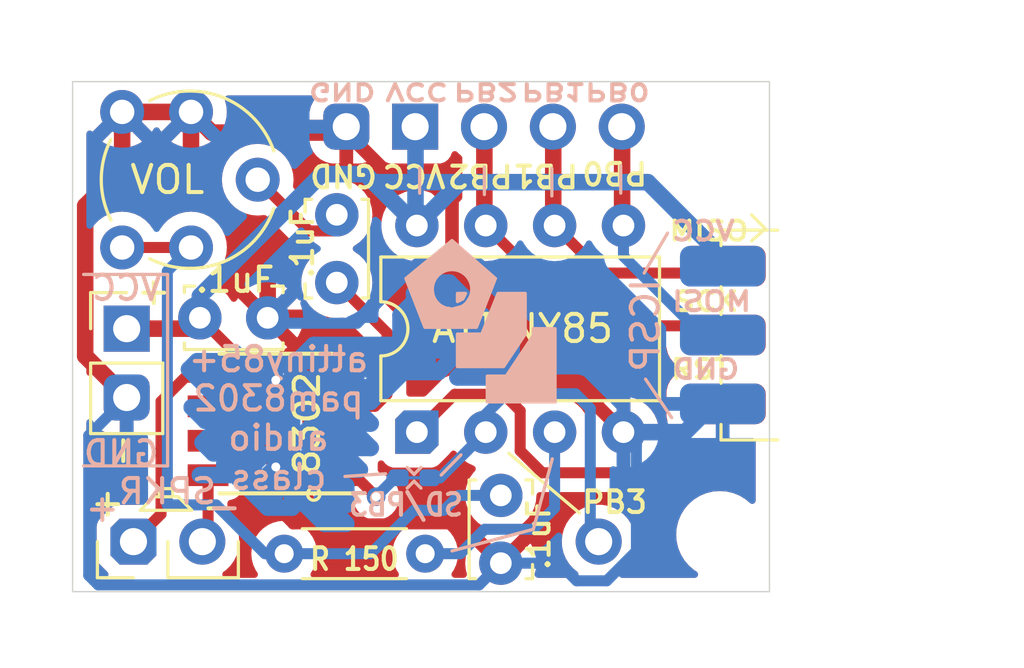
<source format=kicad_pcb>
(kicad_pcb (version 20211014) (generator pcbnew)

  (general
    (thickness 1.6)
  )

  (paper "A4")
  (layers
    (0 "F.Cu" signal)
    (31 "B.Cu" signal)
    (32 "B.Adhes" user "B.Adhesive")
    (33 "F.Adhes" user "F.Adhesive")
    (34 "B.Paste" user)
    (35 "F.Paste" user)
    (36 "B.SilkS" user "B.Silkscreen")
    (37 "F.SilkS" user "F.Silkscreen")
    (38 "B.Mask" user)
    (39 "F.Mask" user)
    (40 "Dwgs.User" user "User.Drawings")
    (41 "Cmts.User" user "User.Comments")
    (42 "Eco1.User" user "User.Eco1")
    (43 "Eco2.User" user "User.Eco2")
    (44 "Edge.Cuts" user)
    (45 "Margin" user)
    (46 "B.CrtYd" user "B.Courtyard")
    (47 "F.CrtYd" user "F.Courtyard")
    (48 "B.Fab" user)
    (49 "F.Fab" user)
  )

  (setup
    (pad_to_mask_clearance 0.0508)
    (solder_mask_min_width 0.101)
    (pcbplotparams
      (layerselection 0x00010fc_ffffffff)
      (disableapertmacros false)
      (usegerberextensions true)
      (usegerberattributes true)
      (usegerberadvancedattributes true)
      (creategerberjobfile true)
      (svguseinch false)
      (svgprecision 6)
      (excludeedgelayer true)
      (plotframeref false)
      (viasonmask false)
      (mode 1)
      (useauxorigin false)
      (hpglpennumber 1)
      (hpglpenspeed 20)
      (hpglpendiameter 15.000000)
      (dxfpolygonmode true)
      (dxfimperialunits true)
      (dxfusepcbnewfont true)
      (psnegative false)
      (psa4output false)
      (plotreference true)
      (plotvalue true)
      (plotinvisibletext false)
      (sketchpadsonfab false)
      (subtractmaskfromsilk false)
      (outputformat 1)
      (mirror false)
      (drillshape 0)
      (scaleselection 1)
      (outputdirectory "gerbers")
    )
  )

  (net 0 "")
  (net 1 "GNDREF")
  (net 2 "VCC")
  (net 3 "Net-(C2-Pad1)")
  (net 4 "Net-(C3-Pad2)")
  (net 5 "Net-(C3-Pad1)")
  (net 6 "Net-(J3-Pad2)")
  (net 7 "Net-(J3-Pad1)")
  (net 8 "Net-(ATTINY85-Pad7)")
  (net 9 "Net-(ATTINY85-Pad3)")
  (net 10 "Net-(ATTINY85-Pad6)")
  (net 11 "Net-(ATTINY85-Pad2)")
  (net 12 "Net-(ATTINY85-Pad5)")
  (net 13 "Net-(ATTINY85-Pad1)")
  (net 14 "Net-(SD/PB3-Pad2)")
  (net 15 "unconnected-(U1-Pad2)")

  (footprint "Connector_PinHeader_2.54mm:PinHeader_1x02_P2.54mm_Vertical" (layer "F.Cu") (at 161 141.7))

  (footprint "Connector_PinHeader_2.54mm:PinHeader_1x02_P2.54mm_Vertical" (layer "F.Cu") (at 161.25 149.5552 90))

  (footprint "attinyspeaker:Potentiometer_Piher_PT-6-V_Vertical_and_ct6ep" (layer "F.Cu") (at 160.8328 138.7056))

  (footprint "Package_DIP:DIP-8_W7.62mm" (layer "F.Cu") (at 171.704 145.5166 90))

  (footprint "Resistor_THT:R_Axial_DIN0204_L3.6mm_D1.6mm_P5.08mm_Horizontal" (layer "F.Cu") (at 166.86 150))

  (footprint "Capacitor_THT:C_Disc_D3.4mm_W2.1mm_P2.50mm" (layer "F.Cu") (at 174.8 147.85 -90))

  (footprint "Capacitor_THT:C_Disc_D3.4mm_W2.1mm_P2.50mm" (layer "F.Cu") (at 168.75 137.5 -90))

  (footprint "MountingHole:MountingHole_2.2mm_M2" (layer "F.Cu") (at 182.88 149.3))

  (footprint "MountingHole:MountingHole_2.2mm_M2" (layer "F.Cu") (at 182.88 134.62))

  (footprint "Capacitor_THT:C_Disc_D3.4mm_W2.1mm_P2.50mm" (layer "F.Cu") (at 163.7 141.3))

  (footprint "Package_SO:Diodes_SO-8EP" (layer "F.Cu") (at 166.5 145.2 180))

  (footprint "attinyspeaker:PinHeader_2x03_P2.54mm_edgecard" (layer "F.Cu") (at 185.5216 141.9352))

  (footprint "Connector_PinHeader_2.54mm:PinHeader_1x05_P2.54mm_Vertical" (layer "F.Cu") (at 169.1 134.25 90))

  (footprint "Connector_PinHeader_2.54mm:PinHeader_1x01_P2.54mm_Vertical" (layer "F.Cu") (at 178.4096 149.5552 90))

  (footprint "attinyspeaker:cutablejumper" (layer "B.Cu") (at 171.6 147.2 180))

  (footprint "attinyspeaker:makerlogo" (layer "B.Cu") (at 174.9 142.6 180))

  (gr_line (start 162.5092 139.7) (end 162.5092 146.7612) (layer "B.SilkS") (width 0.12) (tstamp 190237cd-6e46-405b-96e2-65743793e32b))
  (gr_line (start 159.4104 139.7) (end 162.5092 139.7) (layer "B.SilkS") (width 0.12) (tstamp 263a6f28-9214-45d9-a55f-cb30b5296982))
  (gr_line (start 180.1368 143.5608) (end 181.102 144.9832) (layer "B.SilkS") (width 0.12) (tstamp 32d101e9-aea6-4b56-91b3-4beaad4a7921))
  (gr_line (start 159.4104 146.7612) (end 162.5092 146.7612) (layer "B.SilkS") (width 0.12) (tstamp 3ba387f7-d54f-4e95-ac27-a1fe5a11a714))
  (gr_line (start 171.8056 135.7884) (end 171.8056 136.7028) (layer "B.SilkS") (width 0.12) (tstamp 5a5b7060-983c-4989-878e-3126720e998d))
  (gr_line (start 172.6 147.1) (end 173.3296 146.3548) (layer "B.SilkS") (width 0.12) (tstamp 5c55c653-303a-4aa1-b520-46d1ee447caa))
  (gr_line (start 173 149.9) (end 176 149.1) (layer "B.SilkS") (width 0.12) (tstamp 659060d2-d77c-44a0-8d0f-871c1b4b426d))
  (gr_line (start 180.086 139.6492) (end 180.9496 138.176) (layer "B.SilkS") (width 0.12) (tstamp 8e583f97-15ba-4914-92f3-b244f09eb9dd))
  (gr_line (start 176.6824 136.8044) (end 176.6824 135.7884) (layer "B.SilkS") (width 0.12) (tstamp a3a80a2d-54f7-42d2-b059-125b73613c1a))
  (gr_line (start 179.2224 136.7028) (end 179.2224 135.6868) (layer "B.SilkS") (width 0.12) (tstamp b3028d91-86b8-4c41-b135-5960f5b2007b))
  (gr_line (start 174.1932 136.7536) (end 174.1932 135.7376) (layer "B.SilkS") (width 0.12) (tstamp ceb65f05-08ce-47e9-8a7e-aa1335099416))
  (gr_line (start 176.7 146.5) (end 176 149.1) (layer "B.SilkS") (width 0.12) (tstamp e4da67a5-9668-4c02-b5fe-ed3386bed9cb))
  (gr_line (start 170.55 147.05) (end 169.05 147.15) (layer "B.SilkS") (width 0.12) (tstamp ed92ba08-98ec-48df-9584-41c899a43f78))
  (gr_line (start 161.5 148.4) (end 163.4 148.4) (layer "F.SilkS") (width 0.12) (tstamp 16d88998-9e2f-4c00-8cec-5826156a721e))
  (gr_line (start 162.9 147.9) (end 162 147.9) (layer "F.SilkS") (width 0.12) (tstamp 3b86bbf5-c15f-4fb6-b16c-7a1506c3ae52))
  (gr_line (start 162.7 147.6) (end 162.2 147.6) (layer "F.SilkS") (width 0.12) (tstamp 3f08aab7-fa13-4902-b7fd-c463d2c0460d))
  (gr_line (start 162.7 147.9) (end 162.7 147.6) (layer "F.SilkS") (width 0.12) (tstamp 59171871-9896-4dd6-b191-c18c34ba4e37))
  (gr_line (start 177.7 148.5) (end 175.1 146.3) (layer "F.SilkS") (width 0.12) (tstamp 6de6955c-5095-4966-b561-c6f1054da006))
  (gr_circle (center 167.9 147.8) (end 168.027 147.6095) (layer "F.SilkS") (width 0.12) (fill none) (tstamp 94a21413-9821-4587-923e-f37548a5150a))
  (gr_line (start 184.5564 138.0148) (end 184.0484 137.5) (layer "F.SilkS") (width 0.12) (tstamp 9503df25-9965-4063-a3c8-8a16690e58d9))
  (gr_line (start 162 147.9) (end 161.5 148.4) (layer "F.SilkS") (width 0.12) (tstamp 9fe02051-efa8-4363-9a65-3171a0eca89c))
  (gr_line (start 162.2 147.9) (end 162.2 147.6) (layer "F.SilkS") (width 0.12) (tstamp b28c62ea-c3e8-4806-a03c-64b694001d81))
  (gr_line (start 163.4 148.4) (end 162.9 147.9) (layer "F.SilkS") (width 0.12) (tstamp c28fb632-0665-43b6-b326-e96bdaf0da17))
  (gr_line (start 184.5564 138.0148) (end 184.0484 138.4652) (layer "F.SilkS") (width 0.12) (tstamp c9a8b410-080b-41f2-a746-2aea17b02d58))
  (gr_line (start 159.004 151.4) (end 159.004 132.588) (layer "Edge.Cuts") (width 0.05) (tstamp 00000000-0000-0000-0000-00006183c695))
  (gr_line (start 184.7088 132.588) (end 184.7088 151.4) (layer "Edge.Cuts") (width 0.05) (tstamp 00000000-0000-0000-0000-00006183c90c))
  (gr_line (start 184.7088 151.4) (end 159.004 151.4) (layer "Edge.Cuts") (width 0.05) (tstamp 9b84db75-decc-418f-80b8-9703cc547aae))
  (gr_line (start 159.004 132.588) (end 184.7088 132.588) (layer "Edge.Cuts") (width 0.05) (tstamp d7fccf28-3bfa-4b51-bf91-5d4755a0686e))
  (gr_text "GND" (at 182.372 143.2) (layer "B.SilkS") (tstamp 006ac304-996e-4e86-853e-b0c77b8125c6)
    (effects (font (size 0.7 0.8) (thickness 0.15)) (justify mirror))
  )
  (gr_text "ICSP" (at 180.1368 141.5796 90) (layer "B.SilkS") (tstamp 23e36257-5dd9-44fa-a33b-31a2b909b4cd)
    (effects (font (size 1 1) (thickness 0.15)) (justify mirror))
  )
  (gr_text "+" (at 160.1 148.3) (layer "B.SilkS") (tstamp 25c0c83a-69e4-4bb3-a4ba-e35ba5e17f0f)
    (effects (font (size 1 1) (thickness 0.15)) (justify mirror))
  )
  (gr_text "GND" (at 160.8 146.3) (layer "B.SilkS") (tstamp 42795956-f125-4166-860d-4316fe3791b8)
    (effects (font (size 0.9 0.9) (thickness 0.15)) (justify mirror))
  )
  (gr_text "SPKR" (at 162.5 147.7) (layer "B.SilkS") (tstamp 6f52f85c-aac3-4a99-8226-7744ad08fdc3)
    (effects (font (size 0.9 0.9) (thickness 0.15)) (justify mirror))
  )
  (gr_text "PB1" (at 176.75 132.95 180) (layer "B.SilkS") (tstamp 6f9fa8d1-7dc5-44f9-a7c5-d53baa368207)
    (effects (font (size 0.6 0.8) (thickness 0.15)) (justify mirror))
  )
  (gr_text "-" (at 164.6 148.4 180) (layer "B.SilkS") (tstamp 745a27e0-733b-4d2b-b0f0-d4c1457e893e)
    (effects (font (size 1 1) (thickness 0.15)) (justify mirror))
  )
  (gr_text "MOSI" (at 182.5752 140.7) (layer "B.SilkS") (tstamp 84549459-cbab-4abe-8c2a-898b15a019b7)
    (effects (font (size 0.7 0.8) (thickness 0.15)) (justify mirror))
  )
  (gr_text "PB2" (at 174.25 132.95 180) (layer "B.SilkS") (tstamp 96d488aa-4d20-4ba2-8d75-10df5865e575)
    (effects (font (size 0.6 0.8) (thickness 0.15)) (justify mirror))
  )
  (gr_text "GND" (at 168.95 132.95 180) (layer "B.SilkS") (tstamp a3eaa329-1c23-49fc-9fb5-976de81b788e)
    (effects (font (size 0.6 0.8) (thickness 0.15)) (justify mirror))
  )
  (gr_text "VCC" (at 182.2704 138.1) (layer "B.SilkS") (tstamp a5712663-d3f2-443c-8c3c-9113f1a0b7e6)
    (effects (font (size 0.7 0.8) (thickness 0.15)) (justify mirror))
  )
  (gr_text "VCC" (at 171.7 132.95 180) (layer "B.SilkS") (tstamp a9240eb1-cd96-4728-9dbf-17ea5e90b45d)
    (effects (font (size 0.6 0.8) (thickness 0.15)) (justify mirror))
  )
  (gr_text "VCC" (at 161 140.2) (layer "B.SilkS") (tstamp c7699973-e377-4c8c-8edc-6474ca187ece)
    (effects (font (size 0.9 0.9) (thickness 0.15)) (justify mirror))
  )
  (gr_text "PB0" (at 179.1 132.95 180) (layer "B.SilkS") (tstamp d9cdb60a-ecfa-4866-ad81-ca393f637bae)
    (effects (font (size 0.6 0.8) (thickness 0.15)) (justify mirror))
  )
  (gr_text "attiny85+\npam8302\naudio\nclass" (at 166.6 145) (layer "B.SilkS") (tstamp dc1b236b-f9c0-4759-a263-dfd190908c9f)
    (effects (font (size 0.9 0.9) (thickness 0.15)) (justify mirror))
  )
  (gr_text "RST" (at 182.1688 143.2) (layer "F.SilkS") (tstamp 05df9eab-626a-4f05-af2f-63963d9f5231)
    (effects (font (size 0.7 0.8) (thickness 0.15)))
  )
  (gr_text "PB1" (at 176.45 136.05 -180) (layer "F.SilkS") (tstamp 3aa16d0c-c5c6-422c-9f63-bceccacb5cac)
    (effects (font (size 0.8 0.8) (thickness 0.15)))
  )
  (gr_text "PB3" (at 179 148.1) (layer "F.SilkS") (tstamp 6559ccde-bbfa-40af-8ad2-26386eaa3cbe)
    (effects (font (size 0.8 0.8) (thickness 0.15)))
  )
  (gr_text "-" (at 164.4 148.4 180) (layer "F.SilkS") (tstamp 65908b01-f0a0-46e1-84f2-bf49d46af2a7)
    (effects (font (size 1 1) (thickness 0.15)))
  )
  (gr_text "PB2" (at 174.0408 136.05 -180) (layer "F.SilkS") (tstamp 6e1f3770-4a6c-454c-abf7-7b3076c7732e)
    (effects (font (size 0.8 0.8) (thickness 0.15)))
  )
  (gr_text "+" (at 160.3 148.1) (layer "F.SilkS") (tstamp 899d6960-0494-4e8f-9091-802503c02d1b)
    (effects (font (size 1 1) (thickness 0.15)))
  )
  (gr_text "SCK" (at 182.372 140.7) (layer "F.SilkS") (tstamp 8b1cb39c-c4de-4376-955e-d8ad01d75818)
    (effects (font (size 0.7 0.8) (thickness 0.15)))
  )
  (gr_text "PB0" (at 179 135.95 -180) (layer "F.SilkS") (tstamp 9832821a-2140-442a-8e39-bfe8e37e7e3c)
    (effects (font (size 0.8 0.8) (thickness 0.15)))
  )
  (gr_text "VCC" (at 171.6 136.05 180) (layer "F.SilkS") (tstamp 9a334c2d-ea1e-4f9b-9563-937977728978)
    (effects (font (size 0.8 0.8) (thickness 0.15)))
  )
  (gr_text "GND" (at 169 136.05 180) (layer "F.SilkS") (tstamp ddc0999f-48c1-4a48-960f-30f430270283)
    (effects (font (size 0.8 0.8) (thickness 0.15)))
  )
  (gr_text "+\n" (at 162 140.3) (layer "F.SilkS") (tstamp e02b47af-92a8-4b6e-841f-f88d0fa73eb7)
    (effects (font (size 1 1) (thickness 0.15)))
  )
  (gr_text "-" (at 160.8 146.2 90) (layer "F.SilkS") (tstamp e1b0380f-01af-4f4c-986f-502b633a3c03)
    (effects (font (size 1 1) (thickness 0.15)))
  )
  (gr_text "MISO" (at 182.4736 138.1) (layer "F.SilkS") (tstamp e4499839-4158-4617-9a8f-e70c97e08608)
    (effects (font (size 0.7 0.8) (thickness 0.15)))
  )

  (segment (start 168.9975 143.295) (end 168.352 143.295) (width 0.4064) (layer "F.Cu") (net 1) (tstamp 198672f5-68b2-419d-b7a7-3028d65b4915))
  (segment (start 165.1614 146.9234) (end 167.138 148.9) (width 0.4064) (layer "F.Cu") (net 1) (tstamp 2afd6e58-9db1-4763-82e3-8c9287afad9c))
  (segment (start 173 137.1) (end 173 139.1926) (width 0.5) (layer "F.Cu") (net 1) (tstamp 2b5cbe4f-f7c3-47b4-b065-6dea7200f0c2))
  (segment (start 163.3728 133.7056) (end 160.8328 133.7056) (width 0.6096) (layer "F.Cu") (net 1) (tstamp 336b6a86-caba-4a26-82fe-aebb3275e17b))
  (segment (start 169.1132 134.4676) (end 170.9456 136.3) (width 0.5) (layer "F.Cu") (net 1) (tstamp 3405ed26-ca50-4d4d-9d24-a1ff4ccbc4e2))
  (segment (start 169.1132 134.4676) (end 164.1348 134.4676) (width 0.6096) (layer "F.Cu") (net 1) (tstamp 389d84f0-4fe4-4360-8a33-65dad4e7b88e))
  (segment (start 160.8328 135.807026) (end 160.8328 133.7056) (width 0.6096) (layer "F.Cu") (net 1) (tstamp 4bded330-49e9-4796-9106-aa3111f4349f))
  (segment (start 167.681 148.357) (end 167.138 148.9) (width 0.4064) (layer "F.Cu") (net 1) (tstamp 5ec33b96-b89b-4b8b-8adf-651a92b00c75))
  (segment (start 167.5 141.3) (end 166.2 141.3) (width 0.6096) (layer "F.Cu") (net 1) (tstamp 61ace830-7d28-4200-8f83-cd943a2bf3e3))
  (segment (start 168.352 143.295) (end 167.681 143.966) (width 0.4064) (layer "F.Cu") (net 1) (tstamp 750fbf30-98b4-450c-bd07-e636fa49a3eb))
  (segment (start 166.2 139.1) (end 163.3728 136.2728) (width 0.6096) (layer "F.Cu") (net 1) (tstamp 817bac58-a98e-4970-a5ed-5d18e4f8e5ff))
  (segment (start 164.1348 134.4676) (end 163.3728 133.7056) (width 0.6096) (layer "F.Cu") (net 1) (tstamp 841af37d-6215-4786-9c7a-74f88274453b))
  (segment (start 164.0025 145.835) (end 165.1614 145.835) (width 0.4064) (layer "F.Cu") (net 1) (tstamp 85876ac3-cd9d-40c2-906b-3b2e7fe65bb6))
  (segment (start 159.469913 142.709913) (end 159.469913 137.169913) (width 0.6096) (layer "F.Cu") (net 1) (tstamp 9102b78a-fdf6-4cc5-afd7-b136c6d1d902))
  (segment (start 168.9975 142.7975) (end 167.5 141.3) (width 0.6096) (layer "F.Cu") (net 1) (tstamp 9478e4d3-34da-412a-ad29-0e3604f7dc26))
  (segment (start 167.138 148.9) (end 173.2812 148.9) (width 0.4064) (layer "F.Cu") (net 1) (tstamp a3a21616-bb34-48a2-8be4-3e9cee9d8474))
  (segment (start 173 139.1926) (end 179.324 145.5166) (width 0.5) (layer "F.Cu") (net 1) (tstamp a4f534a3-6cba-4bd6-83c1-43ca5c720375))
  (segment (start 165.1614 145.835) (end 165.1614 146.9234) (width 0.4064) (layer "F.Cu") (net 1) (tstamp bdc26a18-f4a7-42a1-ad93-da9b3b2aac47))
  (segment (start 163.3728 136.2728) (end 163.3728 133.7056) (width 0.6096) (layer "F.Cu") (net 1) (tstamp cd60e5fe-1932-4959-b053-13ec8dc72efd))
  (segment (start 173.2812 148.9) (end 174.8 150.4188) (width 0.4064) (layer "F.Cu") (net 1) (tstamp d1edcc7c-93ed-442e-9c39-40ca5faa461a))
  (segment (start 161 144.24) (end 159.469913 142.709913) (width 0.6096) (layer "F.Cu") (net 1) (tstamp d78c6822-7dc1-452e-92a5-a363205919f2))
  (segment (start 170.9456 136.3) (end 172.2 136.3) (width 0.5) (layer "F.Cu") (net 1) (tstamp dbb6afc4-94db-4612-858a-e06af8c4bf7e))
  (segment (start 159.469913 137.169913) (end 160.8328 135.807026) (width 0.6096) (layer "F.Cu") (net 1) (tstamp dcb8b97e-8a76-4aa0-89c8-3bcf595d7872))
  (segment (start 168.9975 143.295) (end 168.9975 142.7975) (width 0.6096) (layer "F.Cu") (net 1) (tstamp e9b6da71-0bfc-45e6-a714-542e3198c491))
  (segment (start 167.681 143.966) (end 167.681 148.357) (width 0.4064) (layer "F.Cu") (net 1) (tstamp f13e16b3-fa3c-4916-be4e-f00ba14c56d9))
  (segment (start 166.2 141.3) (end 166.2 139.1) (width 0.6096) (layer "F.Cu") (net 1) (tstamp feeab26a-685c-49a0-8b99-5ce093b30c00))
  (segment (start 172.2 136.3) (end 173 137.1) (width 0.5) (layer "F.Cu") (net 1) (tstamp ffba6b57-b062-4335-87a7-abd1aae2366d))
  (segment (start 174.8 150.35) (end 174.000001 151.149999) (width 0.4064) (layer "B.Cu") (net 1) (tstamp 0f6f993e-b1cb-4187-955a-0efc7a0b74f1))
  (segment (start 166.4 141.5) (end 169.5 141.5) (width 0.4064) (layer "B.Cu") (net 1) (tstamp 0fbea728-dde0-42ef-9050-d8cc8a4658d4))
  (segment (start 179.324 145.8948) (end 179.324 145.5166) (width 0.4064) (layer "B.Cu") (net 1) (tstamp 266d838d-2c74-4acd-99ea-ac150b304346))
  (segment (start 179.8 149.905697) (end 179.8 145.9926) (width 0.4064) (layer "B.Cu") (net 1) (tstamp 27691384-661c-490c-aa44-efdcdc7662cc))
  (segment (start 174.0142 139.3142) (end 179.324 144.624) (width 0.4064) (layer "B.Cu") (net 1) (tstamp 363766dc-5aec-4258-b43d-7e7d602ce732))
  (segment (start 176.95 150.35) (end 177.6 151) (width 0.4064) (layer "B.Cu") (net 1) (tstamp 5de31986-4bc7-454f-ac80-08ea9e742227))
  (segment (start 178.705697 151) (end 179.8 149.905697) (width 0.4064) (layer "B.Cu") (net 1) (tstamp 62235618-07dd-461a-b224-b013bb43fddf))
  (segment (start 171.6858 139.3142) (end 174.0142 139.3142) (width 0.4064) (layer "B.Cu") (net 1) (tstamp 65048154-c5f0-475b-9f99-10876d5e68e9))
  (segment (start 166.2 141.3) (end 166.4 141.5) (width 0.4064) (layer "B.Cu") (net 1) (tstamp 68b67edd-ed5a-4e9d-b47f-9abbbb998b0a))
  (segment (start 179.8 145.9926) (end 179.324 145.5166) (width 0.4064) (layer "B.Cu") (net 1) (tstamp 79e2b12a-83a8-4114-b5a5-c601f9403662))
  (segment (start 174.000001 151.149999) (end 159.949999 151.149999) (width 0.4064) (layer "B.Cu") (net 1) (tstamp 7b081370-efa1-496c-b17e-597606d89fff))
  (segment (start 174.8 150.35) (end 176.95 150.35) (width 0.4064) (layer "B.Cu") (net 1) (tstamp 7ee85e6a-4b07-40de-9e3e-fb0bdcc6768f))
  (segment (start 181.6006 145.5166) (end 182.9816 144.1356) (width 0.6096) (layer "B.Cu") (net 1) (tstamp 9d69b0cf-1a25-4e9f-ae05-f90b6b16a1d0))
  (segment (start 179.324 145.5166) (end 181.6006 145.5166) (width 0.6096) (layer "B.Cu") (net 1) (tstamp b60a1626-f3b5-4fc0-b29e-9fab1db7bc07))
  (segment (start 177.6 151) (end 178.705697 151) (width 0.4064) (layer "B.Cu") (net 1) (tstamp c243ebda-af59-4338-99d6-7f18787dce77))
  (segment (start 159.6 150.8) (end 159.6 145.64) (width 0.4064) (layer "B.Cu") (net 1) (tstamp d9a42753-46c4-4105-a737-da00959fd16e))
  (segment (start 159.949999 151.149999) (end 159.6 150.8) (width 0.4064) (layer "B.Cu") (net 1) (tstamp e8df5ac0-7d38-4f9d-b1ac-9a29d6b5b0d3))
  (segment (start 159.6 145.64) (end 161 144.24) (width 0.4064) (layer "B.Cu") (net 1) (tstamp eb215977-79eb-41b1-bfae-6135423e17eb))
  (segment (start 179.324 144.624) (end 179.324 145.5166) (width 0.4064) (layer "B.Cu") (net 1) (tstamp ef4b55ed-237d-4bad-8350-d5d481f000dd))
  (segment (start 169.5 141.5) (end 171.6858 139.3142) (width 0.4064) (layer "B.Cu") (net 1) (tstamp f3571e90-6b16-4532-b6c3-22f6dc805f3a))
  (segment (start 164.648 144.565) (end 165.136 144.077) (width 0.4064) (layer "F.Cu") (net 2) (tstamp 49c599c8-09f5-4a16-9530-d74ba0087b4e))
  (segment (start 161 141.7) (end 163.3 141.7) (width 0.6096) (layer "F.Cu") (net 2) (tstamp 50781d28-fb5b-44af-b67c-6074c2667bd7))
  (segment (start 163.3 141.7) (end 163.7 141.3) (width 0.6096) (layer "F.Cu") (net 2) (tstamp 5ea78016-2a4b-446c-8304-dd62f9d178ca))
  (segment (start 165.136 144.077) (end 165.136 142.736) (width 0.4064) (layer "F.Cu") (net 2) (tstamp eb451615-15e3-4600-9459-18946e8fa93b))
  (segment (start 164.0025 144.565) (end 164.648 144.565) (width 0.4064) (layer "F.Cu") (net 2) (tstamp f2103456-8a6b-46e5-9b06-3e13253abee6))
  (segment (start 165.136 142.736) (end 163.7 141.3) (width 0.4064) (layer "F.Cu") (net 2) (tstamp fa5cd937-b552-4894-9547-fd5a1e68cc36))
  (segment (start 180.2224 136.2964) (end 173.3042 136.2964) (width 0.6096) (layer "B.Cu") (net 2) (tstamp 09a01d93-288f-4506-a562-b85215b34258))
  (segment (start 163.7 141.3) (end 163.7 140.5) (width 0.6096) (layer "B.Cu") (net 2) (tstamp 1d6e7ef2-3075-4b78-92da-82966288c7b0))
  (segment (start 182.9816 139.0556) (end 180.2224 136.2964) (width 0.6096) (layer "B.Cu") (net 2) (tstamp 310c88ea-f936-439c-9bd2-56d5c9f1341b))
  (segment (start 169.8074 136) (end 170.0037 136.1963) (width 0.6096) (layer "B.Cu") (net 2) (tstamp 3f7919f9-73d6-4ef3-8665-df780b88ffa7))
  (segment (start 163.7 140.5) (end 168.2 136) (width 0.6096) (layer "B.Cu") (net 2) (tstamp 4e2ba441-97fc-4f5a-9eff-e56323136ae5))
  (segment (start 171.6532 134.4676) (end 171.6532 137.8458) (width 0.6096) (layer "B.Cu") (net 2) (tstamp 500c1289-38b9-49b6-8b05-3e650b64f9ec))
  (segment (start 171.6532 137.8458) (end 171.704 137.8966) (width 0.6096) (layer "B.Cu") (net 2) (tstamp 79f0d842-68e2-44db-9a14-f5593bc25d6e))
  (segment (start 171.6532 134.4676) (end 171.6532 134.6454) (width 0.4064) (layer "B.Cu") (net 2) (tstamp 959e5930-4f14-4cba-9a13-d0db1fea56c6))
  (segment (start 170.0037 136.1963) (end 171.704 137.8966) (width 0.6096) (layer "B.Cu") (net 2) (tstamp 9fc4a319-520f-45fd-ad1b-52eced76f2d9))
  (segment (start 173.3042 136.2964) (end 170.1038 136.2964) (width 0.6096) (layer "B.Cu") (net 2) (tstamp b7b72520-ec52-4197-9cf5-26a5d1164a4c))
  (segment (start 168.2 136) (end 169.8074 136) (width 0.6096) (layer "B.Cu") (net 2) (tstamp c39d8502-0ac3-41b2-be0e-25afcd315a43))
  (segment (start 173.3042 136.2964) (end 171.704 137.8966) (width 0.6096) (layer "B.Cu") (net 2) (tstamp e87240fd-bc12-4873-bb37-c0f4e2a13cfd))
  (segment (start 170.1038 136.2964) (end 170.0037 136.1963) (width 0.6096) (layer "B.Cu") (net 2) (tstamp fbc0799e-5acb-4748-acaa-6ad27ffba265))
  (segment (start 163.3728 138.7056) (end 160.8328 138.7056) (width 0.4064) (layer "F.Cu") (net 3) (tstamp a9cd3958-0e21-4b5c-94e9-d23271d06dbf))
  (segment (start 162.5 148.2) (end 164.3 148.2) (width 0.4064) (layer "B.Cu") (net 3) (tstamp 1d30df64-dfbf-4a42-99f7-7978ed1c0646))
  (segment (start 172.7 148.4) (end 173.25 147.85) (width 0.4064) (layer "B.Cu") (net 3) (tstamp 21be9021-13e1-41a6-b15b-81fd63a463c2))
  (segment (start 166.86 150) (end 170 150) (width 0.4064) (layer "B.Cu") (net 3) (tstamp 324ab510-57d9-4b42-8ac0-ded05a0bd91d))
  (segment (start 163.3728 138.7056) (end 162.5 139.5784) (width 0.4064) (layer "B.Cu") (net 3) (tstamp 55523f44-c2d9-480e-8c41-37f0420592aa))
  (segment (start 170 150) (end 171.6 148.4) (width 0.4064) (layer "B.Cu") (net 3) (tstamp 9951216a-81b0-4496-b064-ee8b3ee803be))
  (segment (start 162.5 139.5784) (end 162.5 148.2) (width 0.4064) (layer "B.Cu") (net 3) (tstamp a6493f11-f23e-4fd8-991a-0012418fb516))
  (segment (start 173.25 147.85) (end 174.8 147.85) (width 0.4064) (layer "B.Cu") (net 3) (tstamp b0892b54-5ba6-441f-8638-eb769bcd128d))
  (segment (start 171.6 148.4) (end 172.7 148.4) (width 0.4064) (layer "B.Cu") (net 3) (tstamp c32d4f8b-b689-4598-b369-2d575cebafc0))
  (segment (start 166.1 150) (end 166.86 150) (width 0.4064) (layer "B.Cu") (net 3) (tstamp e1d86b9e-144e-4a5d-a688-d4f0133fb201))
  (segment (start 164.3 148.2) (end 166.1 150) (width 0.4064) (layer "B.Cu") (net 3) (tstamp ef341886-3ac3-4061-8015-f670c7c930f6))
  (segment (start 168.9975 144.565) (end 170.1564 144.565) (width 0.4064) (layer "F.Cu") (net 4) (tstamp 1ae0595c-b73c-470f-a225-920aecea6ca9))
  (segment (start 170.6 144.1214) (end 170.6 141.85) (width 0.4064) (layer "F.Cu") (net 4) (tstamp 4846c118-4fe1-49d1-a279-454d916c556b))
  (segment (start 170.6 141.85) (end 168.75 140) (width 0.4064) (layer "F.Cu") (net 4) (tstamp 4aed647e-370f-4207-8091-cf5e1efd5ea8))
  (segment (start 170.1564 144.565) (end 170.6 144.1214) (width 0.4064) (layer "F.Cu") (net 4) (tstamp ab742827-cc52-4799-8bcc-ef60a41577cb))
  (segment (start 168.7576 138.0944) (end 167.7216 138.0944) (width 0.4064) (layer "F.Cu") (net 5) (tstamp 4ee747f1-56e6-45e5-b119-936102fe8dae))
  (segment (start 167.7216 138.0944) (end 165.8328 136.2056) (width 0.4064) (layer "F.Cu") (net 5) (tstamp d92b146f-35bb-4be8-a1d2-a14eb0da4923))
  (segment (start 164.0025 149.3427) (end 163.79 149.5552) (width 0.4064) (layer "F.Cu") (net 6) (tstamp b3e76e61-c809-4f47-bce1-dfb9aa1a6647))
  (segment (start 164.0025 147.105) (end 164.0025 149.3427) (width 0.4064) (layer "F.Cu") (net 6) (tstamp e3e0e449-82e4-4c01-8f21-ffc3e80608c7))
  (segment (start 162.267 144.385) (end 162.267 148.5382) (width 0.4064) (layer "F.Cu") (net 7) (tstamp 3cbbbe0b-0e0b-46cc-bb0c-3fe4d797fc57))
  (segment (start 163.357 143.295) (end 162.267 144.385) (width 0.4064) (layer "F.Cu") (net 7) (tstamp 463bc5a7-6736-49f6-9183-e5c5c0b8ef89))
  (segment (start 164.0025 143.295) (end 163.357 143.295) (width 0.4064) (layer "F.Cu") (net 7) (tstamp c85c98d1-a8d5-4e94-8aba-0adf4b28d99d))
  (segment (start 162.267 148.5382) (end 161.25 149.5552) (width 0.4064) (layer "F.Cu") (net 7) (tstamp f4dd4ff6-de53-4a3d-8281-a42eb2550473))
  (segment (start 177.943 141.5956) (end 174.244 137.8966) (width 0.4064) (layer "F.Cu") (net 8) (tstamp 80f5cbe9-7501-4d76-8730-13fac9ec8b5c))
  (segment (start 182.9966 141.5956) (end 177.943 141.5956) (width 0.4064) (layer "F.Cu") (net 8) (tstamp 8e7a48e0-a500-4762-a540-74c827260870))
  (segment (start 174.1932 134.4676) (end 174.1932 137.8458) (width 0.6096) (layer "F.Cu") (net 8) (tstamp b4510223-3380-4e86-a7bf-d108799305b0))
  (segment (start 174.1932 137.8458) (end 174.244 137.8966) (width 0.6096) (layer "F.Cu") (net 8) (tstamp e8676722-cc60-4f16-8b86-f439d96ae6c2))
  (segment (start 174.2 149.1) (end 176 149.1) (width 0.4064) (layer "B.Cu") (net 9) (tstamp 00f9661a-8f6c-4c85-bc07-4147823c941e))
  (segment (start 171.94 150) (end 173.3 150) (width 0.4064) (layer "B.Cu") (net 9) (tstamp 27cc01ae-82f1-4c76-a3c9-b1e4bb984238))
  (segment (start 173.3 150) (end 174.2 149.1) (width 0.4064) (layer "B.Cu") (net 9) (tstamp b9dd40aa-c703-47cc-92a8-bbcf85111533))
  (segment (start 176 149.1) (end 176.784 148.316) (width 0.4064) (layer "B.Cu") (net 9) (tstamp d0e114a1-5343-4c02-ab83-53636307c47e))
  (segment (start 176.784 148.316) (end 176.784 145.5166) (width 0.4064) (layer "B.Cu") (net 9) (tstamp d6e5a0ef-de10-41bc-ae60-0e4a59c2919e))
  (segment (start 182.9966 139.0556) (end 182.403 139.6492) (width 0.4064) (layer "F.Cu") (net 10) (tstamp 1e8d5694-bd66-424c-b5d0-f5ef5d8db7b2))
  (segment (start 178.5366 139.6492) (end 176.784 137.8966) (width 0.4064) (layer "F.Cu") (net 10) (tstamp 20b92884-79f3-416d-8a35-5bbbbb3ee90e))
  (segment (start 176.7332 134.4676) (end 176.7332 137.8458) (width 0.6096) (layer "F.Cu") (net 10) (tstamp 2caec8e2-d35d-4e35-973b-467fb5c8d8a5))
  (segment (start 176.7332 137.8458) (end 176.784 137.8966) (width 0.6096) (layer "F.Cu") (net 10) (tstamp 6fdcaf87-8338-4b72-82a4-2b3943f7eb40))
  (segment (start 182.403 139.6492) (end 178.5366 139.6492) (width 0.4064) (layer "F.Cu") (net 10) (tstamp 8326c248-4963-4df7-8949-20fc1935f203))
  (segment (start 172.5606 147.2) (end 172.295 147.2) (width 0.4064) (layer "B.Cu") (net 11) (tstamp 080c04ed-7a8b-4c27-91cc-957d9d8945d6))
  (segment (start 178.1 144.643399) (end 177.556601 144.1) (width 0.4064) (layer "B.Cu") (net 11) (tstamp 1c5e46cb-073d-4257-9dbc-0bf67b8727ca))
  (segment (start 174.244 144.856) (end 174.244 145.5166) (width 0.4064) (layer "B.Cu") (net 11) (tstamp 2784fe9a-b7fe-44f9-9065-2e6dc3e879e3))
  (segment (start 178.1 149.2456) (end 178.1 144.643399) (width 0.4064) (layer "B.Cu") (net 11) (tstamp 2d731ce2-5ecb-42b2-b27f-507ce689f7fd))
  (segment (start 175 144.1) (end 174.244 144.856) (width 0.4064) (layer "B.Cu") (net 11) (tstamp 32000152-1270-4214-aef4-d601a1c0ed19))
  (segment (start 178.4096 149.5552) (end 178.1 149.2456) (width 0.4064) (layer "B.Cu") (net 11) (tstamp 48ba30d3-0541-4532-8204-83e1b501b7f9))
  (segment (start 177.556601 144.1) (end 175 144.1) (width 0.4064) (layer "B.Cu") (net 11) (tstamp 76ba271b-9b82-4d61-b81d-5ee18bd267cf))
  (segment (start 174.244 145.5166) (end 172.5606 147.2) (width 0.4064) (layer "B.Cu") (net 11) (tstamp 82a8203f-85c3-40aa-a047-2aa3dee33938))
  (segment (start 179.2732 137.8458) (end 179.324 137.8966) (width 0.6096) (layer "F.Cu") (net 12) (tstamp 100cbfba-bb92-4f9d-b486-8cda776f4161))
  (segment (start 179.2732 134.4676) (end 179.2732 137.8458) (width 0.6096) (layer "F.Cu") (net 12) (tstamp 5bffaa20-c157-4109-b0e3-bcfa001aedf1))
  (segment (start 179.324 139.02797) (end 181.89163 141.5956) (width 0.4064) (layer "B.Cu") (net 12) (tstamp 664f17a8-0f00-4cb2-a73d-0ceecb2db903))
  (segment (start 181.89163 141.5956) (end 182.9816 141.5956) (width 0.4064) (layer "B.Cu") (net 12) (tstamp 688ac639-00fc-4ac8-adf3-07f16d38668d))
  (segment (start 179.324 137.8966) (end 179.324 139.02797) (width 0.4064) (layer "B.Cu") (net 12) (tstamp 76848626-297c-4760-9e09-7d50b23daa51))
  (segment (start 171.704 145.5166) (end 173.101 144.1196) (width 0.4064) (layer "F.Cu") (net 13) (tstamp 0776a5c3-b8a2-403c-88b1-799bce976b34))
  (segment (start 173.101 144.1196) (end 174.9044 144.1196) (width 0.4064) (layer "F.Cu") (net 13) (tstamp 1c2443eb-c274-44b7-b841-136964661cec))
  (segment (start 175.514 144.7292) (end 175.514 146.2024) (width 0.4064) (layer "F.Cu") (net 13) (tstamp 36869982-a67e-4c0e-9341-597573cddfee))
  (segment (start 180.117 147.0152) (end 182.9966 144.1356) (width 0.4064) (layer "F.Cu") (net 13) (tstamp 5526e84f-3140-4f4f-ac28-11a6bc24d3a8))
  (segment (start 176.3268 147.0152) (end 180.117 147.0152) (width 0.4064) (layer "F.Cu") (net 13) (tstamp b9801b1a-8473-4bb6-9657-b7781ddb35b1))
  (segment (start 175.514 146.2024) (end 176.3268 147.0152) (width 0.4064) (layer "F.Cu") (net 13) (tstamp dddf2869-27a2-45ec-bd0b-f9013e1d001b))
  (segment (start 174.9044 144.1196) (end 175.514 144.7292) (width 0.4064) (layer "F.Cu") (net 13) (tstamp f6333d46-eeb4-447f-b84d-86f46db2b252))
  (segment (start 168.9975 147.105) (end 169.405 147.105) (width 0.4064) (layer "F.Cu") (net 14) (tstamp a0131112-70ee-43d1-9b90-1711d500a598))
  (segment (start 169.405 147.105) (end 170.2 147.9) (width 0.4064) (layer "F.Cu") (net 14) (tstamp b21cce2e-0232-4f4f-8df0-6afd46da1c89))
  (via (at 170.2 147.9) (size 0.6858) (drill 0.3302) (layers "F.Cu" "B.Cu") (net 14) (tstamp 64fb5bfb-7b37-4cc8-bd2e-125e136e09c5))
  (segment (start 170.778 147.322) (end 170.778 147.2) (width 0.4064) (layer "B.Cu") (net 14) (tstamp 499bd8fa-360d-4bc0-91a0-6790e2ba879a))
  (segment (start 170.2 147.9) (end 170.778 147.322) (width 0.4064) (layer "B.Cu") (net 14) (tstamp fc0a99a9-e0fe-4244-bb8f-72df0c739319))
  (segment (start 166.5 145.2) (end 166.5 143.6) (width 0.4064) (layer "F.Cu") (net 15) (tstamp 18d3a172-6e69-4930-9126-b0f88f0e64b6))
  (segment (start 166.5 145.2) (end 166.5 146.8) (width 0.4064) (layer "F.Cu") (net 15) (tstamp 3f99b64c-42f8-481e-ac18-791de0e06e21))
  (via (at 166.5 143.6) (size 0.6858) (drill 0.3302) (layers "F.Cu" "B.Cu") (net 15) (tstamp 20a061cd-7015-4e2d-b9aa-978a3a7af54d))
  (via (at 166.5 146.8) (size 0.6858) (drill 0.3302) (layers "F.Cu" "B.Cu") (net 15) (tstamp 2aab41a5-74b5-4941-8ad4-af0379ebfac9))
  (segment (start 167.9 142.3) (end 171.2 142.3) (width 0.6096) (layer "B.Cu") (net 15) (tstamp 00a1079a-fe58-4969-bacb-abcec98e6489))
  (segment (start 174.2 141.7) (end 174.05 141.85) (width 0.6096) (layer "B.Cu") (net 15) (tstamp 034c272f-1760-4964-a397-972070d59e36))
  (segment (start 171.9 141.3) (end 172.1 141.5) (width 0.6096) (layer "B.Cu") (net 15) (tstamp 051e8140-6d66-48a9-a865-bfd5fe1c82b0))
  (segment (start 167.5 145.6) (end 167.9 145.2) (width 0.6096) (layer "B.Cu") (net 15) (tstamp 06e5d88e-4c05-4fc0-a5c4-da54bbb57a9c))
  (segment (start 169.6 146.9) (end 169.2 146.5) (width 0.6096) (layer "B.Cu") (net 15) (tstamp 072b8711-4115-4715-9bcf-cf1015720795))
  (segment (start 171.6 140.4) (end 171.6 140.7) (width 0.6096) (layer "B.Cu") (net 15) (tstamp 078de0c2-ae48-43f9-9326-a4475347b276))
  (segment (start 172.9 140) (end 174.1 141.2) (width 0.6096) (layer "B.Cu") (net 15) (tstamp 082fe5be-7bd0-44cb-9e6c-f6d8b4ec076e))
  (segment (start 165.1 144.6) (end 163.4 144.6) (width 0.6096) (layer "B.Cu") (net 15) (tstamp 097e8d1a-1248-49a6-b010-83193a746e87))
  (segment (start 170 144.4) (end 170.1 144.3) (width 0.6096) (layer "B.Cu") (net 15) (tstamp 09c68c31-3b1a-4e31-be73-ff595212d71e))
  (segment (start 167.1 148.3) (end 167.4 148) (width 0.6096) (layer "B.Cu") (net 15) (tstamp 0c65cfc5-fb29-4fba-94b5-22cacfccbdab))
  (segment (start 168 146.1) (end 167.5 145.6) (width 0.6096) (layer "B.Cu") (net 15) (tstamp 118f7fd0-bd14-44b6-b099-231be4867a10))
  (segment (start 167.9 145.2) (end 170 145.2) (width 0.6096) (layer "B.Cu") (net 15) (tstamp 15491b52-cce0-41d6-b8fd-ffb6755634ba))
  (segment (start 174.6 141.7) (end 174.6 142.3) (width 0.6096) (layer "B.Cu") (net 15) (tstamp 1768a978-f345-4dae-86a3-f3ea62e3cc41))
  (segment (start 170 145.2) (end 169.6 144.8) (width 0.6096) (layer "B.Cu") (net 15) (tstamp 17cebdc8-4da4-4c22-aca7-2f29ee1ce8ab))
  (segment (start 171.1 143.4) (end 171 143.3) (width 0.6096) (layer "B.Cu") (net 15) (tstamp 185fab78-9ad8-4b6b-88d6-934dc2380217))
  (segment (start 171.6 141.4) (end 171.8 141.2) (width 0.6096) (layer "B.Cu") (net 15) (tstamp 191053ce-1579-4142-8776-b24317389bc1))
  (segment (start 166 146.3) (end 164.2 146.3) (width 0.6096) (layer "B.Cu") (net 15) (tstamp 1e873ecb-e0d7-43eb-80ef-6b52b205d604))
  (segment (start 168.9 148) (end 169.1 148.2) (width 0.6096) (layer "B.Cu") (net 15) (tstamp 1fd1d26f-cd6f-46a5-a50c-a4ee4ff07358))
  (segment (start 170.1 144.3) (end 169.8 144) (width 0.6096) (layer "B.Cu") (net 15) (tstamp 227b129d-366b-4ad4-8178-2e854d39650e))
  (segment (start 169.1 148.2) (end 169.1 147.5) (width 0.6096) (layer "B.Cu") (net 15) (tstamp 24712668-0d28-44f3-a78d-250990b71275))
  (segment (start 165.3 147.1) (end 165.7 147.5) (width 0.6096) (layer "B.Cu") (net 15) (tstamp 256ed2b7-2726-4825-807e-e8e2681282af))
  (segment (start 172.1 140.4) (end 172 140.4) (width 0.6096) (layer "B.Cu") (net 15) (tstamp 282ae514-2133-4701-bba1-808401f5f1e4))
  (segment (start 171.6 142.5) (end 171.6 141.4) (width 0.6096) (layer "B.Cu") (net 15) (tstamp 296942e3-e7b0-4b94-b543-578f5984b56f))
  (segment (start 173.1 142.7) (end 174.8 142.7) (width 0.6096) (layer "B.Cu") (net 15) (tstamp 2e6a2ce5-a272-4d6d-8140-9dcbc750c8ee))
  (segment (start 171.6 140.7) (end 173.4 142.5) (width 0.6096) (layer "B.Cu") (net 15) (tstamp 2e72126a-1cd9-4809-93a1-c70a8ee98fd1))
  (segment (start 163.7 147.1) (end 165.3 147.1) (width 0.6096) (layer "B.Cu") (net 15) (tstamp 333c1a83-4421-4c6b-956f-49110e6ad421))
  (segment (start 167.8 145.7) (end 169.6 145.7) (width 0.6096) (layer "B.Cu") (net 15) (tstamp 3954de03-bd87-458f-a238-86c8d56ff558))
  (segment (start 166.9 142.9) (end 167.6 143.6) (width 0.6096) (layer "B.Cu") (net 15) (tstamp 3bf11580-417d-4d63-8219-67a36bc1022a))
  (segment (start 165.3 147.1) (end 166 146.4) (width 0.6096) (layer "B.Cu") (net 15) (tstamp 3c8a49a8-7f04-4faa-826f-e62269672895))
  (segment (start 169.4 143.6) (end 167.8 143.6) (width 0.6096) (layer "B.Cu") (net 15) (tstamp 47434bc4-6910-4c42-9081-10957826ad32))
  (segment (start 168.1 146.9) (end 169.6 146.9) (width 0.6096) (layer "B.Cu") (net 15) (tstamp 49c9b95c-6cd1-44ce-8c6c-c88660dde35b))
  (segment (start 170.5 144) (end 171.1 143.4) (width 0.6096) (layer "B.Cu") (net 15) (tstamp 4a1c41d7-eeef-4c44-ad09-528d688e0a98))
  (segment (start 167.75 145.75) (end 167.8 145.7) (width 0.6096) (layer "B.Cu") (net 15) (tstamp 4bf4ba41-d378-465d-9a0e-18d2e4cb1fc1))
  (segment (start 174.6 141.7) (end 174.2 141.7) (width 0.6096) (layer "B.Cu") (net 15) (tstamp 517336d8-5d58-4a8b-a7aa-1146d45dfbfb))
  (segment (start 172.4 140) (end 172.9 140) (width 0.6096) (layer "B.Cu") (net 15) (tstamp 531aa485-c554-4625-a629-5ed15f212e08))
  (segment (start 173.4 142.5) (end 171.6 142.5) (width 0.6096) (layer "B.Cu") (net 15) (tstamp 5418f17b-af16-44ee-8333-a47e2eec91b2))
  (segment (start 174.05 141.85) (end 173.4 142.5) (width 0.6096) (layer "B.Cu") (net 15) (tstamp 58ed749d-5745-4088-a9f5-b0fe2919cb2d))
  (segment (start 171 143.3) (end 172.5 143.3) (width 0.6096) (layer "B.Cu") (net 15) (tstamp 59df352d-5784-49a0-bfc1-ce7d61757bae))
  (segment (start 166 143.6) (end 166.5 143.6) (width 0.6096) (layer "B.Cu") (net 15) (tstamp 5b18bd7f-68d0-4335-bdbf-8a9b786d0e6a))
  (segment (start 165.8 147.5) (end 165.7 147.5) (width 0.6096) (layer "B.Cu") (net 15) (tstamp 5bf5d694-ba2b-4e2c-9fda-82c09ae0274c))
  (segment (start 169.1 148.9) (end 168.2 148) (width 0.6096) (layer "B.Cu") (net 15) (tstamp 5dfdea6d-e7bb-40c1-9fe8-135e4b9f592e))
  (segment (start 170 146.1) (end 168 146.1) (width 0.6096) (layer "B.Cu") (net 15) (tstamp 6064e60d-dd4c-4136-9530-d2f265cb48d0))
  (segment (start 167.75 147.25) (end 168.1 146.9) (width 0.6096) (layer "B.Cu") (net 15) (tstamp 60890094-4c21-4c22-9e20-80ebcbd67ba9))
  (segment (start 168.2 148) (end 168.9 148) (width 0.6096) (layer "B.Cu") (net 15) (tstamp 61104265-364e-48a3-865d-4ff287c5a55f))
  (segment (start 164.2 146.3) (end 163.8 145.9) (width 0.6096) (layer "B.Cu") (net 15) (tstamp 63da299c-cec2-4f80-90eb-23f30013bde3))
  (segment (start 168.2 143.2) (end 171.3 143.2) (width 0.6096) (layer "B.Cu") (net 15) (tstamp 6403da4a-5766-4aa0-901e-fdc065baac65))
  (segment (start 167.4 148) (end 168.3 148.9) (width 0.6096) (layer "B.Cu") (net 15) (tstamp 67e70b58-73cf-4d04-b391-566dabc0af17))
  (segment (start 167.8 143.6) (end 168.2 143.2) (width 0.6096) (layer "B.Cu") (net 15) (tstamp 69a8735b-1600-4112-b981-277205fe523e))
  (segment (start 174.1 141.2) (end 172.6 141.2) (width 0.6096) (layer "B.Cu") (net 15) (tstamp 6d128304-ae45-4973-aad7-3b054e9a3b22))
  (segment (start 166 144.6) (end 166 144.3) (width 0.6096) (layer "B.Cu") (net 15) (tstamp 7070c31a-0282-4929-a738-59eaf1724b4f))
  (segment (start 172 140.4) (end 171.6 140.4) (width 0.6096) (layer "B.Cu") (net 15) (tstamp 712c9d6a-4fe7-44a9-bace-5ef6f8cf1268))
  (segment (start 166.5 143.6) (end 166.5 146.8) (width 0.6096) (layer "B.Cu") (net 15) (tstamp 7a361dc3-71d2-4fee-9939-37a97ec9b584))
  (segment (start 174.6 142.3) (end 173.9 142.3) (width 0.6096) (layer "B.Cu") (net 15) (tstamp 7b49001f-ec24-468a-9fcc-ab0649a66b78))
  (segment (start 167.1 144.4) (end 167.1 143.1) (width 0.6096) (layer "B.Cu") (net 15) (tstamp 7bc556e5-50f0-4815-b000-63b880c1f6cd))
  (segment (start 166.8 142.9) (end 165.4 144.3) (width 0.6096) (layer "B.Cu") (net 15) (tstamp 7c687fd4-7a9a-42d0-9576-0c75dd84036c))
  (segment (start 164.7 144.6) (end 163.3 143.2) (width 0.6096) (layer "B.Cu") (net 15) (tstamp 7df14713-b48d-4ee6-b658-e27b53408ae6))
  (segment (start 169.6 144.8) (end 167.6 144.8) (width 0.6096) (layer "B.Cu") (net 15) (tstamp 8297b5f4-ed60-4a67-931a-9a1e5454e02c))
  (segment (start 163.9 145.1) (end 166 145.1) (width 0.6096) (layer "B.Cu") (net 15) (tstamp 82a7a4ab-ba38-4981-af04-c19472f87d84))
  (segment (start 165 143.3) (end 165 142.6) (width 0.6096) (layer "B.Cu") (net 15) (tstamp 82ea84e5-dcf7-4897-9058-6ff53ebce94a))
  (segment (start 168.3 148.9) (end 169.1 148.9) (width 0.6096) (layer "B.Cu") (net 15) (tstamp 883ce684-25ca-4ec8-8f1f-cba51b97d074))
  (segment (start 167.5 147.5) (end 167.75 147.25) (width 0.6096) (layer "B.Cu") (net 15) (tstamp 8df0ea1c-e7a1-4f9f-b15c-0c0edf70586c))
  (segment (start 167.1 143.1) (end 167.9 142.3) (width 0.6096) (layer "B.Cu") (net 15) (tstamp 8e7e77eb-7666-4bea-a20d-f3be86b1f60a))
  (segment (start 174.6 143.5) (end 174.2 143.1) (width 0.6096) (layer "B.Cu") (net 15) (tstamp 90955584-8241-4b0b-a8ef-808f21de5f9a))
  (segment (start 171.8 141.2) (end 171.9 141.3) (width 0.6096) (layer "B.Cu") (net 15) (tstamp 9318f95c-0d07-4325-9ec5-8e1d204a6e86))
  (segment (start 167.1 144.4) (end 170 144.4) (width 0.6096) (layer "B.Cu") (net 15) (tstamp 93b55040-4405-4bd1-b4ed-2f7d9530fdb8))
  (segment (start 166.5 147.8) (end 166.5 146.8) (width 0.6096) (layer "B.Cu") (net 15) (tstamp 95f030a3-044c-4071-81d9-008598687cd4))
  (segment (start 174.1 141.2) (end 174.6 141.7) (width 0.6096) (layer "B.Cu") (net 15) (tstamp 96d9faf9-9042-4c4a-bead-5ea4bafeb6e8))
  (segment (start 169.1 147.5) (end 167.5 147.5) (width 0.6096) (layer "B.Cu") (net 15) (tstamp 986dba4e-a24d-4ce2-b9c4-bb4ab1a20f9f))
  (segment (start 163.3 143.2) (end 163.6 142.9) (width 0.6096) (layer "B.Cu") (net 15) (tstamp 98ec8852-759d-4594-83c5-2be924545b2b))
  (segment (start 172.1 142.9) (end 166.8 142.9) (width 0.6096) (layer "B.Cu") (net 15) (tstamp 9b64bf54-cb6b-44cd-b337-5b0abc8099f1))
  (segment (start 173.1 141.4) (end 172.1 140.4) (width 0.6096) (layer "B.Cu") (net 15) (tstamp 9da5cc7d-8f35-440e-94d4-a08655efa042))
  (segment (start 171.1 141.2) (end 171.5 140.8) (width 0.6096) (layer "B.Cu") (net 15) (tstamp a4def12d-8959-46d0-b0b3-37e86a69f46d))
  (segment (start 171.2 142.3) (end 171.1 142.2) (width 0.6096) (layer "B.Cu") (net 15) (tstamp a5325287-8ea0-4ef0-8b90-dd7e285354b4))
  (segment (start 173.9 142.3) (end 173.4 141.8) (width 0.6096) (layer "B.Cu") (net 15) (tstamp a70b174f-4433-4f73-b50b-3cdf59bcc125))
  (segment (start 171.3 143.2) (end 173.1 141.4) (width 0.6096) (layer "B.Cu") (net 15) (tstamp a8ae2fb4-d4a2-4d3c-98f7-e43c2f723ab6))
  (segment (start 164 145.7) (end 166 145.7) (width 0.6096) (layer "B.Cu") (net 15) (tstamp acd582f9-519d-43e5-8465-0344e57a31ad))
  (segment (start 164.6 146.7) (end 165.4 146.7) (width 0.6096) (layer "B.Cu") (net 15) (tstamp addcf3aa-201f-4c37-8607-87a5c22eff07))
  (segment (start 173 140.6) (end 172.6 140.6) (width 0.6096) (layer "B.Cu") (net 15) (tstamp b14f5489-5abd-4554-95f8-4d2eac66ece9))
  (segment (start 175.2 143.1) (end 175.2 141.7) (width 0.6096) (layer "B.Cu") (net 15) (tstamp b3799cef-3721-4e72-9b20-b3675f46901a))
  (segment (start 167.6 144.1) (end 167.7 144) (width 0.6096) (layer "B.Cu") (net 15) (tstamp b600034c-6ea9-4229-b505-0ef5c789d850))
  (segment (start 172.5 143.3) (end 173.1 142.7) (width 0.6096) (layer "B.Cu") (net 15) (tstamp b654a954-514a-4b8b-9704-0af9c2385cc2))
  (segment (start 165.4 144.3) (end 164.4 143.3) (width 0.6096) (layer "B.Cu") (net 15) (tstamp b95abd3d-df0e-48b6-8631-7e1c65094721))
  (segment (start 169.8 144) (end 169.4 143.6) (width 0.6096) (layer "B.Cu") (net 15) (tstamp b99493e6-a93b-4134-ba1c-23ad0db6e6e8))
  (segment (start 174.2 143.1) (end 175.2 143.1) (width 0.6096) (layer "B.Cu") (net 15) (tstamp ba497317-415e-41af-9571-4f961393f374))
  (segment (start 165.4 146.7) (end 166.5 147.8) (width 0.6096) (layer "B.Cu") (net 15) (tstamp bbb9f1b8-26b3-4b45-a58c-3ccd2d06f57d))
  (segment (start 166.5 146.8) (end 165.8 147.5) (width 0.6096) (layer "B.Cu") (net 15) (tstamp bdfd60f2-28f3-4648-af67-83c7b74a1a8f))
  (segment (start 174.1 142.6) (end 173.2 143.5) (width 0.6096) (layer "B.Cu") (net 15) (tstamp be5e8fd8-21ed-4ab0-8e44-7f37425daf23))
  (segment (start 165 142.6) (end 166 143.6) (width 0.6096) (layer "B.Cu") (net 15) (tstamp be7c9671-5581-41d4-94d6-a106c681741d))
  (segment (start 164.4 143.3) (end 163.8 143.3) (width 0.6096) (layer "B.Cu") (net 15) (tstamp c10eb58f-e2fb-49fe-a006-be7461ed237f))
  (segment (start 166 144.3) (end 165 143.3) (width 0.6096) (layer "B.Cu") (net 15) (tstamp c592b7c5-5c5b-43f8-af81-32fd28cab86f))
  (segment (start 167.1 148.3) (end 167.1 144.4) (width 0.6096) (layer "B.Cu") (net 15) (tstamp c5dec192-b6be-43aa-9cc4-ce6b4bc3d500))
  (segment (start 173.4 141.8) (end 173.4 141) (width 0.6096) (layer "B.Cu") (net 15) (tstamp cbab6f96-e771-43c7-9427-0299561e7ae1))
  (segment (start 166 146.4) (end 166 146.3) (width 0.6096) (layer "B.Cu") (net 15) (tstamp cccf3a00-306a-4f3e-a28d-0b72aa20bbae))
  (segment (start 163.8 145.9) (end 164 145.7) (width 0.6096) (layer "B.Cu") (net 15) (tstamp ccf4c1f8-4959-4198-8914-ce150ee62248))
  (segment (start 171.1 142.2) (end 171.1 141.2) (width 0.6096) (layer "B.Cu") (net 15) (tstamp ce6561cd-314f-4eaa-8d75-952a3e1f9839))
  (segment (start 166 144.6) (end 164.7 144.6) (width 0.6096) (layer "B.Cu") (net 15) (tstamp cf59fca9-5d2e-45b0-a6f3-f918f9792bad))
  (segment (start 163.6 142.9) (end 166.9 142.9) (width 0.6096) (layer "B.Cu") (net 15) (tstamp cf5d0763-c1c6-4ce8-aac8-46ec6be0c0c1))
  (segment (start 169.6 145.7) (end 170 146.1) (width 0.6096) (layer "B.Cu") (net 15) (tstamp d74fd227-d1d0-4536-82a2-3f91d7eaadf0))
  (segment (start 167.75 147.25) (end 167.75 145.75) (width 0.6096) (layer "B.Cu") (net 15) (tstamp d7dae940-e5ef-4e97-aa51-4266676bfc0d))
  (segment (start 169.2 146.5) (end 167.4 146.5) (width 0.6096) (layer "B.Cu") (net 15) (tstamp d9e69676-acb7-418e-b59d-ccabe11cdc8d))
  (segment (start 166 145.7) (end 166 145.1) (width 0.6096) (layer "B.Cu") (net 15) (tstamp db84ed69-198e-4e4b-a2b3-893040ed5781))
  (segment (start 172.6 140.6) (end 171.9 141.3) (width 0.6096) (layer "B.Cu") (net 15) (tstamp dd26a94f-e447-47de-a5f1-512fc2b694e0))
  (segment (start 172.6 141.2) (end 169.8 144) (width 0.6096) (layer "B.Cu") (net 15) (tstamp ddf2a182-9c12-4387-adb3-2781f7a510c5))
  (segment (start 174.8 142.7) (end 175.2 143.1) (width 0.6096) (layer "B.Cu") (net 15) (tstamp de6a9955-0ead-43cd-84ed-12d81932075a))
  (segment (start 166 145.1) (end 166 144.6) (width 0.6096) (layer "B.Cu") (net 15) (tstamp de9528a4-d878-4cc8-99e3-b1b2b761419c))
  (segment (start 167.1 148.3) (end 166.2 148.3) (width 0.6096) (layer "B.Cu") (net 15) (tstamp e3ffc07b-81b5-4817-9365-3e293368d88a))
  (segment (start 167.6 144.8) (end 167.6 144.1) (width 0.6096) (layer "B.Cu") (net 15) (tstamp e5f924d3-a59f-40fa-a09c-7b39c3dfd203))
  (segment (start 173.4 141) (end 173 140.6) (width 0.6096) (layer "B.Cu") (net 15) (tstamp e6ff8467-11cd-4e00-8dbb-dd5f77f8ddb6))
  (segment (start 167.6 143.6) (end 167.8 143.6) (width 0.6096) (layer "B.Cu") (net 15) (tstamp e9c0ff7e-964b-4323-bfaf-f342985a0359))
  (segment (start 163.8 143.3) (end 165.1 144.6) (width 0.6096) (layer "B.Cu") (net 15) (tstamp ea406bb9-ac4f-4228-9baf-9d437b22003b))
  (segment (start 174.9 141.4) (end 174.5 141.4) (width 0.6096) (layer "B.Cu") (net 15) (tstamp ec7d1d22-be16-4c37-a9ff-11d6cf2b5940))
  (segment (start 173.2 143.5) (end 174.6 143.5) (width 0.6096) (layer "B.Cu") (net 15) (tstamp f169a39c-63ea-4b5d-a844-29bee5d0adc8))
  (segment (start 163.4 144.6) (end 163.9 145.1) (width 0.6096) (layer "B.Cu") (net 15) (tstamp f38c1d79-6784-4cec-9228-766a21558c50))
  (segment (start 172.1 141.5) (end 172.1 142.9) (width 0.6096) (layer "B.Cu") (net 15) (tstamp f50d2da4-14a7-4811-baf2-f15afa62dbbf))
  (segment (start 166.2 148.3) (end 164.6 146.7) (width 0.6096) (layer "B.Cu") (net 15) (tstamp fa4d4ba6-0816-4573-9614-dc6ea80bef5e))
  (segment (start 174.1 141.2) (end 174.1 142.6) (width 0.6096) (layer "B.Cu") (net 15) (tstamp fba18046-5ffc-4ed3-93f9-dad90ed4fffe))
  (segment (start 167.7 144) (end 170.5 144) (width 0.6096) (layer "B.Cu") (net 15) (tstamp fcfd0a68-5829-460e-b626-e8f887943f9f))
  (segment (start 175.2 141.7) (end 174.9 141.4) (width 0.6096) (layer "B.Cu") (net 15) (tstamp fef614c3-498f-4785-8e57-097db36c5caa))
  (segment (start 174.5 141.4) (end 174.05 141.85) (width 0.6096) (layer "B.Cu") (net 15) (tstamp ffb419d1-2e51-4ce6-b45d-c4e5ca135c13))
  (segment (start 172 140.4) (end 172.4 140) (width 0.6096) (layer "B.Cu") (net 15) (tstamp ffc14bc3-965e-4664-b51a-0d4fb84f49f1))

  (zone (net 1) (net_name "GNDREF") (layer "F.Cu") (tstamp f16972fb-4b2b-49d7-8715-9f31f5431405) (hatch edge 0.508)
    (connect_pads (clearance 0.508))
    (min_thickness 0.254) (filled_areas_thickness no)
    (fill yes (thermal_gap 0.508) (thermal_bridge_width 0.508))
    (polygon
      (pts
        (xy 184.531 152.019)
        (xy 159.512 152.019)
        (xy 159.4485 132.7785)
        (xy 184.5056 132.8928)
      )
    )
    (filled_polygon
      (layer "F.Cu")
      (pts
        (xy 161.196121 144.006002)
        (xy 161.242614 144.059658)
        (xy 161.254 144.112)
        (xy 161.254 145.579884)
        (xy 161.258475 145.595123)
        (xy 161.259865 145.596328)
        (xy 161.267548 145.597999)
        (xy 161.4293 145.597999)
        (xy 161.497421 145.618001)
        (xy 161.543914 145.671657)
        (xy 161.5553 145.723999)
        (xy 161.5553 148.0707)
        (xy 161.535298 148.138821)
        (xy 161.481642 148.185314)
        (xy 161.429301 148.1967)
        (xy 160.724521 148.196699)
        (xy 160.698319 148.196699)
        (xy 160.694386 148.197198)
        (xy 160.694379 148.197198)
        (xy 160.620608 148.20655)
        (xy 160.620606 148.206551)
        (xy 160.612241 148.207611)
        (xy 160.477719 148.263469)
        (xy 160.409909 148.316163)
        (xy 160.010962 148.715111)
        (xy 159.957812 148.783691)
        (xy 159.902189 148.918309)
        (xy 159.90114 148.926669)
        (xy 159.90114 148.92667)
        (xy 159.897892 148.952566)
        (xy 159.8915 149.003517)
        (xy 159.891499 150.106881)
        (xy 159.902411 150.192959)
        (xy 159.958269 150.327481)
        (xy 159.963436 150.33413)
        (xy 159.963437 150.334132)
        (xy 159.980023 150.355475)
        (xy 160.010963 150.395291)
        (xy 160.208402 150.592729)
        (xy 160.292077 150.676404)
        (xy 160.326102 150.738717)
        (xy 160.321038 150.809532)
        (xy 160.278491 150.866368)
        (xy 160.211971 150.891179)
        (xy 160.202982 150.8915)
        (xy 159.6385 150.8915)
        (xy 159.570379 150.871498)
        (xy 159.523886 150.817842)
        (xy 159.5125 150.7655)
        (xy 159.5125 145.159664)
        (xy 159.532502 145.091543)
        (xy 159.586158 145.04505)
        (xy 159.656432 145.034946)
        (xy 159.721012 145.06444)
        (xy 159.750767 145.102461)
        (xy 159.785214 145.170066)
        (xy 159.792364 145.181077)
        (xy 159.907485 145.323238)
        (xy 159.916762 145.332515)
        (xy 160.058923 145.447636)
        (xy 160.069934 145.454786)
        (xy 160.232921 145.537832)
        (xy 160.245175 145.542536)
        (xy 160.422666 145.590095)
        (xy 160.433999 145.592042)
        (xy 160.507246 145.597807)
        (xy 160.512172 145.598)
        (xy 160.727885 145.598)
        (xy 160.743124 145.593525)
        (xy 160.744329 145.592135)
        (xy 160.746 145.584452)
        (xy 160.746 144.112)
        (xy 160.766002 144.043879)
        (xy 160.819658 143.997386)
        (xy 160.872 143.986)
        (xy 161.128 143.986)
      )
    )
    (filled_polygon
      (layer "F.Cu")
      (pts
        (xy 184.142421 145.753701)
        (xy 184.188914 145.807357)
        (xy 184.2003 145.859699)
        (xy 184.2003 148.03901)
        (xy 184.180298 148.107131)
        (xy 184.126642 148.153624)
        (xy 184.056368 148.163728)
        (xy 183.992469 148.134821)
        (xy 183.917393 148.0707)
        (xy 183.828376 147.994672)
        (xy 183.612502 147.862384)
        (xy 183.607932 147.860491)
        (xy 183.607928 147.860489)
        (xy 183.383164 147.767389)
        (xy 183.383162 147.767388)
        (xy 183.378591 147.765495)
        (xy 183.235512 147.731145)
        (xy 183.137216 147.707546)
        (xy 183.13721 147.707545)
        (xy 183.132403 147.706391)
        (xy 183.031836 147.698476)
        (xy 182.945655 147.691693)
        (xy 182.945648 147.691693)
        (xy 182.943199 147.6915)
        (xy 182.816801 147.6915)
        (xy 182.814352 147.691693)
        (xy 182.814345 147.691693)
        (xy 182.728164 147.698476)
        (xy 182.627597 147.706391)
        (xy 182.62279 147.707545)
        (xy 182.622784 147.707546)
        (xy 182.524488 147.731145)
        (xy 182.381409 147.765495)
        (xy 182.376838 147.767388)
        (xy 182.376836 147.767389)
        (xy 182.152072 147.860489)
        (xy 182.152068 147.860491)
        (xy 182.147498 147.862384)
        (xy 181.931624 147.994672)
        (xy 181.739102 148.159102)
        (xy 181.574672 148.351624)
        (xy 181.442384 148.567498)
        (xy 181.440491 148.572068)
        (xy 181.440489 148.572072)
        (xy 181.352834 148.783691)
        (xy 181.345495 148.801409)
        (xy 181.33176 148.858621)
        (xy 181.287602 149.042553)
        (xy 181.286391 149.047597)
        (xy 181.266526 149.3)
        (xy 181.286391 149.552403)
        (xy 181.287545 149.55721)
        (xy 181.287546 149.557216)
        (xy 181.304658 149.628493)
        (xy 181.345495 149.798591)
        (xy 181.347388 149.803162)
        (xy 181.347389 149.803164)
        (xy 181.413529 149.962839)
        (xy 181.442384 150.032502)
        (xy 181.574672 150.248376)
        (xy 181.739102 150.440898)
        (xy 181.931624 150.605328)
        (xy 182.003014 150.649076)
        (xy 182.017686 150.658067)
        (xy 182.065317 150.710715)
        (xy 182.076924 150.780756)
        (xy 182.048821 150.845954)
        (xy 181.98993 150.885608)
        (xy 181.951851 150.8915)
        (xy 179.269331 150.8915)
        (xy 179.20121 150.871498)
        (xy 179.154717 150.817842)
        (xy 179.144613 150.747568)
        (xy 179.174107 150.682988)
        (xy 179.196163 150.662921)
        (xy 179.285256 150.599372)
        (xy 179.285259 150.59937)
        (xy 179.28946 150.596373)
        (xy 179.447696 150.438689)
        (xy 179.468599 150.4096)
        (xy 179.575035 150.261477)
        (xy 179.578053 150.257277)
        (xy 179.580595 150.252135)
        (xy 179.674736 150.061653)
        (xy 179.674737 150.061651)
        (xy 179.67703 150.057011)
        (xy 179.74197 149.843269)
        (xy 179.771129 149.62179)
        (xy 179.772026 149.58509)
        (xy 179.772674 149.558565)
        (xy 179.772674 149.558561)
        (xy 179.772756 149.5552)
        (xy 179.754452 149.332561)
        (xy 179.700031 149.115902)
        (xy 179.610954 148.91104)
        (xy 179.542247 148.804835)
        (xy 179.492422 148.727817)
        (xy 179.49242 148.727814)
        (xy 179.489614 148.723477)
        (xy 179.33927 148.558251)
        (xy 179.335219 148.555052)
        (xy 179.335215 148.555048)
        (xy 179.168014 148.423)
        (xy 179.16801 148.422998)
        (xy 179.163959 148.419798)
        (xy 178.968389 148.311838)
        (xy 178.96352 148.310114)
        (xy 178.963516 148.310112)
        (xy 178.762687 148.238995)
        (xy 178.762683 148.238994)
        (xy 178.757812 148.237269)
        (xy 178.752719 148.236362)
        (xy 178.752716 148.236361)
        (xy 178.542973 148.199)
        (xy 178.542967 148.198999)
        (xy 178.537884 148.198094)
        (xy 178.464052 148.197192)
        (xy 178.319681 148.195428)
        (xy 178.319679 148.195428)
        (xy 178.314511 148.195365)
        (xy 178.093691 148.229155)
        (xy 177.881356 148.298557)
        (xy 177.683207 148.401707)
        (xy 177.679074 148.40481)
        (xy 177.679071 148.404812)
        (xy 177.519732 148.524447)
        (xy 177.504565 148.535835)
        (xy 177.350229 148.697338)
        (xy 177.347315 148.70161)
        (xy 177.347314 148.701611)
        (xy 177.282356 148.796836)
        (xy 177.224343 148.88188)
        (xy 177.203552 148.92667)
        (xy 177.134889 149.074594)
        (xy 177.130288 149.084505)
        (xy 177.070589 149.29977)
        (xy 177.046851 149.521895)
        (xy 177.047148 149.527048)
        (xy 177.047148 149.527051)
        (xy 177.053485 149.636952)
        (xy 177.05971 149.744915)
        (xy 177.060847 149.749961)
        (xy 177.060848 149.749967)
        (xy 177.072837 149.803164)
        (xy 177.108822 149.962839)
        (xy 177.192866 150.169816)
        (xy 177.214534 150.205175)
        (xy 177.306638 150.355475)
        (xy 177.309587 150.360288)
        (xy 177.312967 150.36419)
        (xy 177.323103 150.375891)
        (xy 177.45585 150.529138)
        (xy 177.600316 150.649076)
        (xy 177.62378 150.668556)
        (xy 177.663415 150.727458)
        (xy 177.664913 150.798439)
        (xy 177.627798 150.858962)
        (xy 177.563854 150.889811)
        (xy 177.543295 150.8915)
        (xy 176.173253 150.8915)
        (xy 176.105132 150.871498)
        (xy 176.058639 150.817842)
        (xy 176.048535 150.747568)
        (xy 176.051546 150.732889)
        (xy 176.091625 150.583312)
        (xy 176.093528 150.572519)
        (xy 176.112517 150.355475)
        (xy 176.112517 150.344525)
        (xy 176.093528 150.127481)
        (xy 176.091625 150.116688)
        (xy 176.035236 149.906239)
        (xy 176.03149 149.895947)
        (xy 175.939414 149.698489)
        (xy 175.933931 149.688994)
        (xy 175.897491 149.636952)
        (xy 175.887012 149.628576)
        (xy 175.873566 149.635644)
        (xy 174.889095 150.620115)
        (xy 174.826783 150.654141)
        (xy 174.755968 150.649076)
        (xy 174.710905 150.620115)
        (xy 173.725713 149.634923)
        (xy 173.713938 149.628493)
        (xy 173.701923 149.637789)
        (xy 173.666069 149.688994)
        (xy 173.660586 149.698489)
        (xy 173.56851 149.895947)
        (xy 173.564764 149.906239)
        (xy 173.508375 150.116688)
        (xy 173.506472 150.127481)
        (xy 173.487483 150.344525)
        (xy 173.487483 150.355475)
        (xy 173.506472 150.572519)
        (xy 173.508375 150.583312)
        (xy 173.548454 150.732889)
        (xy 173.546764 150.803865)
        (xy 173.50697 150.862661)
        (xy 173.441706 150.890609)
        (xy 173.426747 150.8915)
        (xy 173.103114 150.8915)
        (xy 173.034993 150.871498)
        (xy 172.9885 150.817842)
        (xy 172.978396 150.747568)
        (xy 172.999901 150.69323)
        (xy 173.011682 150.676405)
        (xy 173.060589 150.606558)
        (xy 173.065339 150.596373)
        (xy 173.147633 150.419892)
        (xy 173.147634 150.419891)
        (xy 173.149956 150.41491)
        (xy 173.155214 150.395289)
        (xy 173.203262 150.21597)
        (xy 173.203262 150.215968)
        (xy 173.204686 150.210655)
        (xy 173.223116 150)
        (xy 173.204686 149.789345)
        (xy 173.164077 149.637789)
        (xy 173.151379 149.5904)
        (xy 173.151378 149.590398)
        (xy 173.149956 149.58509)
        (xy 173.060589 149.393442)
        (xy 172.939301 149.220224)
        (xy 172.789776 149.070699)
        (xy 172.616558 148.949411)
        (xy 172.61158 148.94709)
        (xy 172.611577 148.947088)
        (xy 172.429892 148.862367)
        (xy 172.429891 148.862366)
        (xy 172.42491 148.860044)
        (xy 172.419602 148.858622)
        (xy 172.4196 148.858621)
        (xy 172.22597 148.806738)
        (xy 172.225968 148.806738)
        (xy 172.220655 148.805314)
        (xy 172.01 148.786884)
        (xy 171.799345 148.805314)
        (xy 171.794032 148.806738)
        (xy 171.79403 148.806738)
        (xy 171.6004 148.858621)
        (xy 171.600398 148.858622)
        (xy 171.59509 148.860044)
        (xy 171.590109 148.862366)
        (xy 171.590108 148.862367)
        (xy 171.408423 148.947088)
        (xy 171.40842 148.94709)
        (xy 171.403442 148.949411)
        (xy 171.230224 149.070699)
        (xy 171.080699 149.220224)
        (xy 170.959411 149.393442)
        (xy 170.870044 149.58509)
        (xy 170.868622 149.590398)
        (xy 170.868621 149.5904)
        (xy 170.855923 149.637789)
        (xy 170.815314 149.789345)
        (xy 170.796884 150)
        (xy 170.815314 150.210655)
        (xy 170.816738 150.215968)
        (xy 170.816738 150.21597)
        (xy 170.864787 150.395289)
        (xy 170.870044 150.41491)
        (xy 170.872366 150.419891)
        (xy 170.872367 150.419892)
        (xy 170.954662 150.596373)
        (xy 170.959411 150.606558)
        (xy 171.008318 150.676405)
        (xy 171.020099 150.69323)
        (xy 171.042787 150.760504)
        (xy 171.025502 150.829364)
        (xy 170.973732 150.877948)
        (xy 170.916886 150.8915)
        (xy 167.903114 150.8915)
        (xy 167.834993 150.871498)
        (xy 167.7885 150.817842)
        (xy 167.778396 150.747568)
        (xy 167.799901 150.69323)
        (xy 167.811682 150.676405)
        (xy 167.860589 150.606558)
        (xy 167.865339 150.596373)
        (xy 167.947633 150.419892)
        (xy 167.947634 150.419891)
        (xy 167.949956 150.41491)
        (xy 167.955214 150.395289)
        (xy 168.003262 150.21597)
        (xy 168.003262 150.215968)
        (xy 168.004686 150.210655)
        (xy 168.023116 150)
        (xy 168.004686 149.789345)
        (xy 167.964077 149.637789)
        (xy 167.951379 149.5904)
        (xy 167.951378 149.590398)
        (xy 167.949956 149.58509)
        (xy 167.860589 149.393442)
        (xy 167.739301 149.220224)
        (xy 167.589776 149.070699)
        (xy 167.416558 148.949411)
        (xy 167.41158 148.94709)
        (xy 167.411577 148.947088)
        (xy 167.229892 148.862367)
        (xy 167.229891 148.862366)
        (xy 167.22491 148.860044)
        (xy 167.219602 148.858622)
        (xy 167.2196 148.858621)
        (xy 167.02597 148.806738)
        (xy 167.025968 148.806738)
        (xy 167.020655 148.805314)
        (xy 166.81 148.786884)
        (xy 166.599345 148.805314)
        (xy 166.594032 148.806738)
        (xy 166.59403 148.806738)
        (xy 166.4004 148.858621)
        (xy 166.400398 148.858622)
        (xy 166.39509 148.860044)
        (xy 166.390109 148.862366)
        (xy 166.390108 148.862367)
        (xy 166.208423 148.947088)
        (xy 166.20842 148.94709)
        (xy 166.203442 148.949411)
        (xy 166.030224 149.070699)
        (xy 165.880699 149.220224)
        (xy 165.759411 149.393442)
        (xy 165.670044 149.58509)
        (xy 165.668622 149.590398)
        (xy 165.668621 149.5904)
        (xy 165.655923 149.637789)
        (xy 165.615314 149.789345)
        (xy 165.596884 150)
        (xy 165.615314 150.210655)
        (xy 165.616738 150.215968)
        (xy 165.616738 150.21597)
        (xy 165.664787 150.395289)
        (xy 165.670044 150.41491)
        (xy 165.672366 150.419891)
        (xy 165.672367 150.419892)
        (xy 165.754662 150.596373)
        (xy 165.759411 150.606558)
        (xy 165.808318 150.676405)
        (xy 165.820099 150.69323)
        (xy 165.842787 150.760504)
        (xy 165.825502 150.829364)
        (xy 165.773732 150.877948)
        (xy 165.716886 150.8915)
        (xy 164.649731 150.8915)
        (xy 164.58161 150.871498)
        (xy 164.535117 150.817842)
        (xy 164.525013 150.747568)
        (xy 164.554507 150.682988)
        (xy 164.576563 150.662921)
        (xy 164.665656 150.599372)
        (xy 164.665659 150.59937)
        (xy 164.66986 150.596373)
        (xy 164.828096 150.438689)
        (xy 164.848999 150.4096)
        (xy 164.955435 150.261477)
        (xy 164.958453 150.257277)
        (xy 164.960995 150.252135)
        (xy 165.055136 150.061653)
        (xy 165.055137 150.061651)
        (xy 165.05743 150.057011)
        (xy 165.12237 149.843269)
        (xy 165.151529 149.62179)
        (xy 165.152426 149.58509)
        (xy 165.153074 149.558565)
        (xy 165.153074 149.558561)
        (xy 165.153156 149.5552)
        (xy 165.134852 149.332561)
        (xy 165.080431 149.115902)
        (xy 164.991354 148.91104)
        (xy 164.922647 148.804835)
        (xy 164.872822 148.727817)
        (xy 164.87282 148.727814)
        (xy 164.870014 148.723477)
        (xy 164.747006 148.588293)
        (xy 164.715955 148.524447)
        (xy 164.7142 148.503493)
        (xy 164.7142 148.137215)
        (xy 164.734202 148.069094)
        (xy 164.787858 148.022601)
        (xy 164.826591 148.011952)
        (xy 164.838614 148.010646)
        (xy 164.865316 148.007745)
        (xy 165.001705 147.956615)
        (xy 165.118261 147.869261)
        (xy 165.205615 147.752705)
        (xy 165.256745 147.616316)
        (xy 165.2635 147.554134)
        (xy 165.2635 147.142413)
        (xy 165.283502 147.074292)
        (xy 165.337158 147.027799)
        (xy 165.407432 147.017695)
        (xy 165.472012 147.047189)
        (xy 165.478595 147.053318)
        (xy 165.481358 147.056081)
        (xy 165.486739 147.063261)
        (xy 165.603295 147.150615)
        (xy 165.611703 147.153767)
        (xy 165.709063 147.190266)
        (xy 165.765827 147.232908)
        (xy 165.773952 147.245248)
        (xy 165.807409 147.303197)
        (xy 165.927164 147.436199)
        (xy 165.932506 147.44008)
        (xy 165.932508 147.440082)
        (xy 166.023549 147.506227)
        (xy 166.071955 147.541396)
        (xy 166.077983 147.54408)
        (xy 166.077985 147.544081)
        (xy 166.188336 147.593212)
        (xy 166.235454 147.61419)
        (xy 166.322984 147.632795)
        (xy 166.404057 147.650028)
        (xy 166.404061 147.650028)
        (xy 166.410514 147.6514)
        (xy 166.589486 147.6514)
        (xy 166.595939 147.650028)
        (xy 166.595943 147.650028)
        (xy 166.677016 147.632795)
        (xy 166.764546 147.61419)
        (xy 166.811664 147.593212)
        (xy 166.922015 147.544081)
        (xy 166.922017 147.54408)
        (xy 166.928045 147.541396)
        (xy 166.976451 147.506227)
        (xy 167.067492 147.440082)
        (xy 167.067494 147.44008)
        (xy 167.072836 147.436199)
        (xy 167.192591 147.303197)
        (xy 167.256856 147.191887)
        (xy 167.297707 147.151952)
        (xy 167.296705 147.150615)
        (xy 167.398542 147.074292)
        (xy 167.413261 147.063261)
        (xy 167.500615 146.946705)
        (xy 167.501887 146.943312)
        (xy 167.550239 146.895069)
        (xy 167.61963 146.880055)
        (xy 167.686123 146.904941)
        (xy 167.728605 146.961824)
        (xy 167.7365 147.005724)
        (xy 167.7365 147.554134)
        (xy 167.743255 147.616316)
        (xy 167.794385 147.752705)
        (xy 167.881739 147.869261)
        (xy 167.998295 147.956615)
        (xy 168.134684 148.007745)
        (xy 168.196866 148.0145)
        (xy 169.250444 148.0145)
        (xy 169.318565 148.034502)
        (xy 169.365058 148.088158)
        (xy 169.370277 148.101564)
        (xy 169.397489 148.185314)
        (xy 169.417923 148.248203)
        (xy 169.421226 148.253925)
        (xy 169.421227 148.253926)
        (xy 169.441514 148.289064)
        (xy 169.507409 148.403197)
        (xy 169.511827 148.408104)
        (xy 169.511828 148.408105)
        (xy 169.600647 148.506749)
        (xy 169.627164 148.536199)
        (xy 169.632506 148.54008)
        (xy 169.632508 148.540082)
        (xy 169.698865 148.588293)
        (xy 169.771955 148.641396)
        (xy 169.777983 148.64408)
        (xy 169.777985 148.644081)
        (xy 169.899533 148.698197)
        (xy 169.935454 148.71419)
        (xy 170.022984 148.732795)
        (xy 170.104057 148.750028)
        (xy 170.104061 148.750028)
        (xy 170.110514 148.7514)
        (xy 170.289486 148.7514)
        (xy 170.295939 148.750028)
        (xy 170.295943 148.750028)
        (xy 170.377016 148.732795)
        (xy 170.464546 148.71419)
        (xy 170.500467 148.698197)
        (xy 170.622015 148.644081)
        (xy 170.622017 148.64408)
        (xy 170.628045 148.641396)
        (xy 170.701135 148.588293)
        (xy 170.767492 148.540082)
        (xy 170.767494 148.54008)
        (xy 170.772836 148.536199)
        (xy 170.799353 148.506749)
        (xy 170.888172 148.408105)
        (xy 170.888173 148.408104)
        (xy 170.892591 148.403197)
        (xy 170.958486 148.289064)
        (xy 170.978773 148.253926)
        (xy 170.978774 148.253925)
        (xy 170.982077 148.248203)
        (xy 171.005011 148.17762)
        (xy 171.035342 148.08427)
        (xy 171.035342 148.084269)
        (xy 171.037382 148.077991)
        (xy 171.05609 147.9)
        (xy 171.052136 147.862384)
        (xy 171.038072 147.728573)
        (xy 171.038072 147.728572)
        (xy 171.037382 147.722009)
        (xy 171.032308 147.706391)
        (xy 170.984119 147.558082)
        (xy 170.982077 147.551797)
        (xy 170.892591 147.396803)
        (xy 170.772836 147.263801)
        (xy 170.687424 147.201745)
        (xy 170.633387 147.162485)
        (xy 170.633386 147.162484)
        (xy 170.628045 147.158604)
        (xy 170.622017 147.15592)
        (xy 170.622015 147.155919)
        (xy 170.470577 147.088495)
        (xy 170.470576 147.088495)
        (xy 170.464546 147.08581)
        (xy 170.458091 147.084438)
        (xy 170.458088 147.084437)
        (xy 170.426971 147.077823)
        (xy 170.409312 147.07407)
        (xy 170.346414 147.039918)
        (xy 170.295405 146.988909)
        (xy 170.261379 146.926597)
        (xy 170.2585 146.899814)
        (xy 170.2585 146.681489)
        (xy 170.278502 146.613368)
        (xy 170.332158 146.566875)
        (xy 170.402432 146.556771)
        (xy 170.467012 146.586265)
        (xy 170.485326 146.605924)
        (xy 170.540739 146.679861)
        (xy 170.657295 146.767215)
        (xy 170.793684 146.818345)
        (xy 170.855866 146.8251)
        (xy 171.489158 146.8251)
        (xy 172.221707 146.825101)
        (xy 172.225681 146.825101)
        (xy 172.229614 146.824602)
        (xy 172.229621 146.824602)
        (xy 172.303392 146.81525)
        (xy 172.303394 146.815249)
        (xy 172.311759 146.814189)
        (xy 172.446281 146.758331)
        (xy 172.455865 146.750884)
        (xy 172.481294 146.731123)
        (xy 172.514091 146.705637)
        (xy 172.893038 146.326689)
        (xy 172.912178 146.301993)
        (xy 172.941019 146.264779)
        (xy 172.94102 146.264777)
        (xy 172.946188 146.258109)
        (xy 172.947599 146.254695)
        (xy 172.997448 146.20735)
        (xy 173.067188 146.19405)
        (xy 173.133047 146.220566)
        (xy 173.158177 146.247184)
        (xy 173.237802 146.3609)
        (xy 173.3997 146.522798)
        (xy 173.404208 146.525955)
        (xy 173.404211 146.525957)
        (xy 173.448218 146.556771)
        (xy 173.587251 146.654123)
        (xy 173.592233 146.656446)
        (xy 173.592238 146.656449)
        (xy 173.789779 146.748563)
        (xy 173.789782 146.748564)
        (xy 173.794757 146.750884)
        (xy 173.796358 146.751313)
        (xy 173.852573 146.792707)
        (xy 173.877907 146.859029)
        (xy 173.863363 146.92852)
        (xy 173.841398 146.958104)
        (xy 173.793802 147.0057)
        (xy 173.662477 147.193251)
        (xy 173.660154 147.198233)
        (xy 173.660151 147.198238)
        (xy 173.60892 147.308105)
        (xy 173.565716 147.400757)
        (xy 173.564294 147.406065)
        (xy 173.564293 147.406067)
        (xy 173.515186 147.589336)
        (xy 173.506457 147.621913)
        (xy 173.486502 147.85)
        (xy 173.506457 148.078087)
        (xy 173.507881 148.0834)
        (xy 173.507881 148.083402)
        (xy 173.562989 148.289064)
        (xy 173.565716 148.299243)
        (xy 173.568039 148.304224)
        (xy 173.568039 148.304225)
        (xy 173.660151 148.501762)
        (xy 173.660154 148.501767)
        (xy 173.662477 148.506749)
        (xy 173.702059 148.563278)
        (xy 173.754041 148.637515)
        (xy 173.793802 148.6943)
        (xy 173.9557 148.856198)
        (xy 173.960208 148.859355)
        (xy 173.960211 148.859357)
        (xy 174.027813 148.906692)
        (xy 174.143251 148.987523)
        (xy 174.148235 148.989847)
        (xy 174.150528 148.991171)
        (xy 174.199521 149.042553)
        (xy 174.212957 149.112267)
        (xy 174.186571 149.178178)
        (xy 174.150528 149.209409)
        (xy 174.138998 149.216066)
        (xy 174.086952 149.252509)
        (xy 174.078576 149.262988)
        (xy 174.085644 149.276434)
        (xy 174.787188 149.977978)
        (xy 174.801132 149.985592)
        (xy 174.802965 149.985461)
        (xy 174.80958 149.98121)
        (xy 175.515077 149.275713)
        (xy 175.521507 149.263938)
        (xy 175.512211 149.251923)
        (xy 175.461002 149.216066)
        (xy 175.449472 149.209409)
        (xy 175.400479 149.158027)
        (xy 175.387042 149.088313)
        (xy 175.413429 149.022402)
        (xy 175.449472 148.991171)
        (xy 175.451765 148.989847)
        (xy 175.456749 148.987523)
        (xy 175.572187 148.906692)
        (xy 175.639789 148.859357)
        (xy 175.639792 148.859355)
        (xy 175.6443 148.856198)
        (xy 175.806198 148.6943)
        (xy 175.84596 148.637515)
        (xy 175.897941 148.563278)
        (xy 175.937523 148.506749)
        (xy 175.939846 148.501767)
        (xy 175.939849 148.501762)
        (xy 176.031961 148.304225)
        (xy 176.031961 148.304224)
        (xy 176.034284 148.299243)
        (xy 176.037012 148.289064)
        (xy 176.092119 148.083402)
        (xy 176.092119 148.0834)
        (xy 176.093543 148.078087)
        (xy 176.113498 147.85)
        (xy 176.113451 147.849461)
        (xy 176.133021 147.782811)
        (xy 176.186677 147.736318)
        (xy 176.261977 147.727041)
        (xy 176.281784 147.730712)
        (xy 176.289364 147.730275)
        (xy 176.289365 147.730275)
        (xy 176.344277 147.727109)
        (xy 176.351529 147.7269)
        (xy 180.08797 147.7269)
        (xy 180.09654 147.727192)
        (xy 180.146946 147.730629)
        (xy 180.14695 147.730629)
        (xy 180.154521 147.731145)
        (xy 180.161997 147.72984)
        (xy 180.162 147.72984)
        (xy 180.217783 147.720104)
        (xy 180.224308 147.719141)
        (xy 180.280467 147.712345)
        (xy 180.280468 147.712345)
        (xy 180.288011 147.711432)
        (xy 180.295119 147.708746)
        (xy 180.297419 147.708181)
        (xy 180.31448 147.703514)
        (xy 180.316734 147.702834)
        (xy 180.324215 147.701528)
        (xy 180.383005 147.675721)
        (xy 180.389102 147.673233)
        (xy 180.442047 147.653227)
        (xy 180.44205 147.653226)
        (xy 180.449149 147.650543)
        (xy 180.455404 147.646244)
        (xy 180.457495 147.645151)
        (xy 180.472957 147.636545)
        (xy 180.474991 147.635342)
        (xy 180.481946 147.632289)
        (xy 180.487971 147.627666)
        (xy 180.487976 147.627663)
        (xy 180.532874 147.593212)
        (xy 180.538209 147.589336)
        (xy 180.584847 147.557282)
        (xy 180.584853 147.557277)
        (xy 180.591112 147.552975)
        (xy 180.632764 147.506226)
        (xy 180.637744 147.500951)
        (xy 182.368091 145.770605)
        (xy 182.430403 145.736579)
        (xy 182.457186 145.7337)
        (xy 182.930822 145.7337)
        (xy 184.0743 145.733699)
      )
    )
    (filled_polygon
      (layer "F.Cu")
      (pts
        (xy 167.868337 133.116502)
        (xy 167.91483 133.170158)
        (xy 167.924934 133.240432)
        (xy 167.898138 133.301793)
        (xy 167.892363 133.308924)
        (xy 167.885214 133.319934)
        (xy 167.802168 133.482921)
        (xy 167.797464 133.495175)
        (xy 167.749905 133.672666)
        (xy 167.747958 133.683999)
        (xy 167.742193 133.757246)
        (xy 167.742 133.762173)
        (xy 167.742 133.977885)
        (xy 167.746475 133.993124)
        (xy 167.747865 133.994329)
        (xy 167.755548 133.996)
        (xy 169.228 133.996)
        (xy 169.296121 134.016002)
        (xy 169.342614 134.069658)
        (xy 169.354 134.122)
        (xy 169.354 135.589884)
        (xy 169.358475 135.605123)
        (xy 169.359865 135.606328)
        (xy 169.367548 135.607999)
        (xy 169.587825 135.607999)
        (xy 169.592756 135.607805)
        (xy 169.666003 135.602042)
        (xy 169.677332 135.600095)
        (xy 169.854825 135.552536)
        (xy 169.867079 135.547832)
        (xy 170.030066 135.464786)
        (xy 170.041077 135.457636)
        (xy 170.176791 135.347736)
        (xy 170.242319 135.32041)
        (xy 170.312217 135.33285)
        (xy 170.356912 135.370091)
        (xy 170.426739 135.463261)
        (xy 170.543295 135.550615)
        (xy 170.679684 135.601745)
        (xy 170.741866 135.6085)
        (xy 172.538134 135.6085)
        (xy 172.600316 135.601745)
        (xy 172.736705 135.550615)
        (xy 172.853261 135.463261)
        (xy 172.940615 135.346705)
        (xy 172.962799 135.287529)
        (xy 172.984598 135.229382)
        (xy 173.02724 135.172618)
        (xy 173.093802 135.147918)
        (xy 173.16315 135.163126)
        (xy 173.197817 135.191114)
        (xy 173.22625 135.223938)
        (xy 173.230225 135.227238)
        (xy 173.230228 135.227241)
        (xy 173.334385 135.313714)
        (xy 173.37402 135.372617)
        (xy 173.3799 135.410658)
        (xy 173.3799 136.858012)
        (xy 173.359898 136.926133)
        (xy 173.342995 136.947107)
        (xy 173.237802 137.0523)
        (xy 173.106477 137.239851)
        (xy 173.104154 137.244833)
        (xy 173.104151 137.244838)
        (xy 173.088195 137.279057)
        (xy 173.041278 137.332342)
        (xy 172.973001 137.351803)
        (xy 172.905041 137.331261)
        (xy 172.859805 137.279057)
        (xy 172.843849 137.244838)
        (xy 172.843846 137.244833)
        (xy 172.841523 137.239851)
        (xy 172.710198 137.0523)
        (xy 172.5483 136.890402)
        (xy 172.543792 136.887245)
        (xy 172.543789 136.887243)
        (xy 172.372825 136.767533)
        (xy 172.360749 136.759077)
        (xy 172.355767 136.756754)
        (xy 172.355762 136.756751)
        (xy 172.158225 136.664639)
        (xy 172.158224 136.664639)
        (xy 172.153243 136.662316)
        (xy 172.147935 136.660894)
        (xy 172.147933 136.660893)
        (xy 171.937402 136.604481)
        (xy 171.9374 136.604481)
        (xy 171.932087 136.603057)
        (xy 171.704 136.583102)
        (xy 171.475913 136.603057)
        (xy 171.4706 136.604481)
        (xy 171.470598 136.604481)
        (xy 171.260067 136.660893)
        (xy 171.260065 136.660894)
        (xy 171.254757 136.662316)
        (xy 171.249776 136.664639)
        (xy 171.249775 136.664639)
        (xy 171.052238 136.756751)
        (xy 171.052233 136.756754)
        (xy 171.047251 136.759077)
        (xy 171.035175 136.767533)
        (xy 170.864211 136.887243)
        (xy 170.864208 136.887245)
        (xy 170.8597 136.890402)
        (xy 170.697802 137.0523)
        (xy 170.566477 137.239851)
        (xy 170.564154 137.244833)
        (xy 170.564151 137.244838)
        (xy 170.500162 137.382064)
        (xy 170.469716 137.447357)
        (xy 170.468294 137.452665)
        (xy 170.468293 137.452667)
        (xy 170.447803 137.529136)
        (xy 170.410457 137.668513)
        (xy 170.390502 137.8966)
        (xy 170.410457 138.124687)
        (xy 170.411881 138.13)
        (xy 170.411881 138.130002)
        (xy 170.450775 138.275153)
        (xy 170.469716 138.345843)
        (xy 170.472039 138.350824)
        (xy 170.472039 138.350825)
        (xy 170.564151 138.548362)
        (xy 170.564154 138.548367)
        (xy 170.566477 138.553349)
        (xy 170.639902 138.658211)
        (xy 170.689465 138.728993)
        (xy 170.697802 138.7409)
        (xy 170.8597 138.902798)
        (xy 170.864208 138.905955)
        (xy 170.864211 138.905957)
        (xy 170.927157 138.950032)
        (xy 171.047251 139.034123)
        (xy 171.052233 139.036446)
        (xy 171.052238 139.036449)
        (xy 171.249775 139.128561)
        (xy 171.254757 139.130884)
        (xy 171.260065 139.132306)
        (xy 171.260067 139.132307)
        (xy 171.470598 139.188719)
        (xy 171.4706 139.188719)
        (xy 171.475913 139.190143)
        (xy 171.704 139.210098)
        (xy 171.932087 139.190143)
        (xy 171.9374 139.188719)
        (xy 171.937402 139.188719)
        (xy 172.147933 139.132307)
        (xy 172.147935 139.132306)
        (xy 172.153243 139.130884)
        (xy 172.158225 139.128561)
        (xy 172.355762 139.036449)
        (xy 172.355767 139.036446)
        (xy 172.360749 139.034123)
        (xy 172.480843 138.950032)
        (xy 172.543789 138.905957)
        (xy 172.543792 138.905955)
        (xy 172.5483 138.902798)
        (xy 172.710198 138.7409)
        (xy 172.718536 138.728993)
        (xy 172.768098 138.658211)
        (xy 172.841523 138.553349)
        (xy 172.843846 138.548367)
        (xy 172.843849 138.548362)
        (xy 172.859805 138.514143)
        (xy 172.906722 138.460858)
        (xy 172.974999 138.441397)
        (xy 173.042959 138.461939)
        (xy 173.088195 138.514143)
        (xy 173.104151 138.548362)
        (xy 173.104154 138.548367)
        (xy 173.106477 138.553349)
        (xy 173.179902 138.658211)
        (xy 173.229465 138.728993)
        (xy 173.237802 138.7409)
        (xy 173.3997 138.902798)
        (xy 173.404208 138.905955)
        (xy 173.404211 138.905957)
        (xy 173.467157 138.950032)
        (xy 173.587251 139.034123)
        (xy 173.592233 139.036446)
        (xy 173.592238 139.036449)
        (xy 173.789775 139.128561)
        (xy 173.794757 139.130884)
        (xy 173.800065 139.132306)
        (xy 173.800067 139.132307)
        (xy 174.010598 139.188719)
        (xy 174.0106 139.188719)
        (xy 174.015913 139.190143)
        (xy 174.244 139.210098)
        (xy 174.467775 139.19052)
        (xy 174.537379 139.204509)
        (xy 174.567851 139.226946)
        (xy 175.994603 140.653699)
        (xy 177.41922 142.078316)
        (xy 177.425073 142.084581)
        (xy 177.463282 142.128381)
        (xy 177.486639 142.144796)
        (xy 177.515801 142.165291)
        (xy 177.521098 142.169225)
        (xy 177.565634 142.204146)
        (xy 177.56564 142.20415)
        (xy 177.571613 142.208833)
        (xy 177.578534 142.211958)
        (xy 177.580539 142.213172)
        (xy 177.595912 142.221941)
        (xy 177.597996 142.223059)
        (xy 177.604216 142.22743)
        (xy 177.611295 142.23019)
        (xy 177.611297 142.230191)
        (xy 177.664024 142.250748)
        (xy 177.670097 142.2533)
        (xy 177.728609 142.27972)
        (xy 177.736077 142.281104)
        (xy 177.738336 142.281812)
        (xy 177.755318 142.286649)
        (xy 177.757627 142.287242)
        (xy 177.764708 142.290003)
        (xy 177.772237 142.290994)
        (xy 177.77224 142.290995)
        (xy 177.828356 142.298383)
        (xy 177.83487 142.299415)
        (xy 177.890515 142.309728)
        (xy 177.890516 142.309728)
        (xy 177.897983 142.311112)
        (xy 177.905563 142.310675)
        (xy 177.905564 142.310675)
        (xy 177.96047 142.307509)
        (xy 177.967723 142.3073)
        (xy 180.791531 142.3073)
        (xy 180.859652 142.327302)
        (xy 180.906145 142.380958)
        (xy 180.917143 142.423414)
        (xy 180.918502 142.440676)
        (xy 180.91917 142.449171)
        (xy 180.967238 142.628562)
        (xy 181.051553 142.794039)
        (xy 181.055706 142.799168)
        (xy 181.055709 142.799172)
        (xy 181.140601 142.904004)
        (xy 181.16843 142.93837)
        (xy 181.173561 142.942525)
        (xy 181.307628 143.051091)
        (xy 181.307632 143.051094)
        (xy 181.312761 143.055247)
        (xy 181.318639 143.058242)
        (xy 181.318642 143.058244)
        (xy 181.386724 143.092933)
        (xy 181.438339 143.141681)
        (xy 181.455405 143.210596)
        (xy 181.432504 143.277798)
        (xy 181.386724 143.317467)
        (xy 181.318642 143.352156)
        (xy 181.318639 143.352158)
        (xy 181.312761 143.355153)
        (xy 181.307632 143.359306)
        (xy 181.307628 143.359309)
        (xy 181.227489 143.424205)
        (xy 181.16843 143.47203)
        (xy 181.164275 143.477161)
        (xy 181.055709 143.611228)
        (xy 181.055706 143.611232)
        (xy 181.051553 143.616361)
        (xy 180.967238 143.781838)
        (xy 180.91917 143.961229)
        (xy 180.918717 143.966985)
        (xy 180.917221 143.986)
        (xy 180.9131 144.038357)
        (xy 180.913101 144.912042)
        (xy 180.91917 144.989171)
        (xy 180.920664 144.994746)
        (xy 180.946276 145.090334)
        (xy 180.944586 145.161311)
        (xy 180.913664 145.21204)
        (xy 180.81787 145.307834)
        (xy 180.755558 145.34186)
        (xy 180.684743 145.336795)
        (xy 180.627907 145.294248)
        (xy 180.607068 145.25135)
        (xy 180.559236 145.072839)
        (xy 180.55549 145.062547)
        (xy 180.463414 144.865089)
        (xy 180.457931 144.855593)
        (xy 180.332972 144.677133)
        (xy 180.325916 144.668725)
        (xy 180.171875 144.514684)
        (xy 180.163467 144.507628)
        (xy 179.985007 144.382669)
        (xy 179.975511 144.377186)
        (xy 179.778053 144.28511)
        (xy 179.767761 144.281364)
        (xy 179.595497 144.235206)
        (xy 179.581401 144.235542)
        (xy 179.578 144.243484)
        (xy 179.578 145.6446)
        (xy 179.557998 145.712721)
        (xy 179.504342 145.759214)
        (xy 179.452 145.7706)
        (xy 179.196 145.7706)
        (xy 179.127879 145.750598)
        (xy 179.081386 145.696942)
        (xy 179.07 145.6446)
        (xy 179.07 144.248633)
        (xy 179.066027 144.235102)
        (xy 179.057478 144.233873)
        (xy 178.880239 144.281364)
        (xy 178.869947 144.28511)
        (xy 178.672489 144.377186)
        (xy 178.662993 144.382669)
        (xy 178.484533 144.507628)
        (xy 178.476125 144.514684)
        (xy 178.322084 144.668725)
        (xy 178.315028 144.677133)
        (xy 178.190069 144.855593)
        (xy 178.184586 144.865089)
        (xy 178.168471 144.899649)
        (xy 178.121554 144.952934)
        (xy 178.053277 144.972395)
        (xy 177.985317 144.951853)
        (xy 177.940081 144.899649)
        (xy 177.923849 144.864838)
        (xy 177.923846 144.864833)
        (xy 177.921523 144.859851)
        (xy 177.790198 144.6723)
        (xy 177.6283 144.510402)
        (xy 177.623792 144.507245)
        (xy 177.623789 144.507243)
        (xy 177.545611 144.452502)
        (xy 177.440749 144.379077)
        (xy 177.435767 144.376754)
        (xy 177.435762 144.376751)
        (xy 177.238225 144.284639)
        (xy 177.238224 144.284639)
        (xy 177.233243 144.282316)
        (xy 177.227935 144.280894)
        (xy 177.227933 144.280893)
        (xy 177.017402 144.224481)
        (xy 177.0174 144.224481)
        (xy 177.012087 144.223057)
        (xy 176.784 144.203102)
        (xy 176.555913 144.223057)
        (xy 176.5506 144.224481)
        (xy 176.550598 144.224481)
        (xy 176.340067 144.280893)
        (xy 176.340065 144.280894)
        (xy 176.334757 144.282316)
        (xy 176.231299 144.330559)
        (xy 176.161109 144.34122)
        (xy 176.096296 144.31224)
        (xy 176.07421 144.287731)
        (xy 176.056078 144.261348)
        (xy 176.056075 144.261344)
        (xy 176.051775 144.255088)
        (xy 176.005035 144.213444)
        (xy 175.99976 144.208464)
        (xy 175.42818 143.636884)
        (xy 175.422326 143.630618)
        (xy 175.38911 143.592541)
        (xy 175.389108 143.592539)
        (xy 175.384118 143.586819)
        (xy 175.331599 143.549909)
        (xy 175.326302 143.545975)
        (xy 175.281766 143.511054)
        (xy 175.28176 143.51105)
        (xy 175.275787 143.506367)
        (xy 175.268866 143.503242)
        (xy 175.266861 143.502028)
        (xy 175.251488 143.493259)
        (xy 175.249404 143.492141)
        (xy 175.243184 143.48777)
        (xy 175.236105 143.48501)
        (xy 175.236103 143.485009)
        (xy 175.183376 143.464452)
        (xy 175.177303 143.4619)
        (xy 175.118791 143.43548)
        (xy 175.111323 143.434096)
        (xy 175.109064 143.433388)
        (xy 175.092082 143.428551)
        (xy 175.089773 143.427958)
        (xy 175.082692 143.425197)
        (xy 175.075163 143.424206)
        (xy 175.07516 143.424205)
        (xy 175.019044 143.416817)
        (xy 175.01253 143.415785)
        (xy 174.956885 143.405472)
        (xy 174.956884 143.405472)
        (xy 174.949417 143.404088)
        (xy 174.941837 143.404525)
        (xy 174.941836 143.404525)
        (xy 174.88693 143.407691)
        (xy 174.879677 143.4079)
        (xy 173.13003 143.4079)
        (xy 173.12146 143.407608)
        (xy 173.071054 143.404171)
        (xy 173.07105 143.404171)
        (xy 173.063479 143.403655)
        (xy 173.056006 143.404959)
        (xy 173.055994 143.40496)
        (xy 173.000223 143.414695)
        (xy 172.993705 143.415658)
        (xy 172.968383 143.418722)
        (xy 172.937531 143.422455)
        (xy 172.937528 143.422456)
        (xy 172.929989 143.423368)
        (xy 172.922884 143.426053)
        (xy 172.920619 143.426609)
        (xy 172.903532 143.431283)
        (xy 172.901266 143.431967)
        (xy 172.893785 143.433273)
        (xy 172.83501 143.459073)
        (xy 172.828914 143.461561)
        (xy 172.812205 143.467875)
        (xy 172.768851 143.484257)
        (xy 172.762594 143.488557)
        (xy 172.760523 143.48964)
        (xy 172.745054 143.49825)
        (xy 172.743011 143.499458)
        (xy 172.736054 143.502512)
        (xy 172.685107 143.541605)
        (xy 172.679799 143.545461)
        (xy 172.633149 143.577521)
        (xy 172.633144 143.577526)
        (xy 172.626888 143.581825)
        (xy 172.621836 143.587495)
        (xy 172.621835 143.587496)
        (xy 172.585245 143.628564)
        (xy 172.580264 143.63384)
        (xy 172.042909 144.171195)
        (xy 171.980597 144.205221)
        (xy 171.953815 144.2081)
        (xy 171.805898 144.2081)
        (xy 171.4377 144.208099)
        (xy 171.369579 144.188097)
        (xy 171.323086 144.134441)
        (xy 171.3117 144.082099)
        (xy 171.3117 141.87903)
        (xy 171.311992 141.87046)
        (xy 171.315429 141.820054)
        (xy 171.315429 141.82005)
        (xy 171.315945 141.812479)
        (xy 171.305748 141.754053)
        (xy 171.304904 141.749217)
        (xy 171.303941 141.742692)
        (xy 171.297145 141.686533)
        (xy 171.297145 141.686532)
        (xy 171.296232 141.678989)
        (xy 171.293546 141.671881)
        (xy 171.292981 141.669581)
        (xy 171.288314 141.652519)
        (xy 171.287633 141.650264)
        (xy 171.286328 141.642785)
        (xy 171.260527 141.584008)
        (xy 171.258035 141.577902)
        (xy 171.238026 141.524951)
        (xy 171.235343 141.517851)
        (xy 171.231044 141.511596)
        (xy 171.229952 141.509507)
        (xy 171.221338 141.494031)
        (xy 171.220138 141.492003)
        (xy 171.217088 141.485054)
        (xy 171.178013 141.43413)
        (xy 171.174147 141.428807)
        (xy 171.142082 141.382153)
        (xy 171.142077 141.382147)
        (xy 171.137775 141.375888)
        (xy 171.091026 141.334236)
        (xy 171.085751 141.329256)
        (xy 170.080346 140.323851)
        (xy 170.04632 140.261539)
        (xy 170.04392 140.223774)
        (xy 170.045781 140.202509)
        (xy 170.063498 140)
        (xy 170.043543 139.771913)
        (xy 170.030342 139.722646)
        (xy 169.985707 139.556067)
        (xy 169.985706 139.556065)
        (xy 169.984284 139.550757)
        (xy 169.969182 139.518371)
        (xy 169.889849 139.348238)
        (xy 169.889846 139.348233)
        (xy 169.887523 139.343251)
        (xy 169.790375 139.204509)
        (xy 169.759357 139.160211)
        (xy 169.759355 139.160208)
        (xy 169.756198 139.1557)
        (xy 169.5943 138.993802)
        (xy 169.589792 138.990645)
        (xy 169.589789 138.990643)
        (xy 169.458768 138.898901)
        (xy 169.406749 138.862477)
        (xy 169.401767 138.860154)
        (xy 169.399973 138.859118)
        (xy 169.350981 138.807734)
        (xy 169.337546 138.738021)
        (xy 169.363934 138.67211)
        (xy 169.399973 138.640882)
        (xy 169.401767 138.639846)
        (xy 169.406749 138.637523)
        (xy 169.558554 138.531228)
        (xy 169.589789 138.509357)
        (xy 169.589792 138.509355)
        (xy 169.5943 138.506198)
        (xy 169.756198 138.3443)
        (xy 169.887523 138.156749)
        (xy 169.889846 138.151767)
        (xy 169.889849 138.151762)
        (xy 169.981961 137.954225)
        (xy 169.981961 137.954224)
        (xy 169.984284 137.949243)
        (xy 170.043543 137.728087)
        (xy 170.063498 137.5)
        (xy 170.043543 137.271913)
        (xy 170.030342 137.222646)
        (xy 169.985707 137.056067)
        (xy 169.985706 137.056065)
        (xy 169.984284 137.050757)
        (xy 169.930624 136.935681)
        (xy 169.889849 136.848238)
        (xy 169.889846 136.848233)
        (xy 169.887523 136.843251)
        (xy 169.814098 136.738389)
        (xy 169.759357 136.660211)
        (xy 169.759355 136.660208)
        (xy 169.756198 136.6557)
        (xy 169.5943 136.493802)
        (xy 169.589792 136.490645)
        (xy 169.589789 136.490643)
        (xy 169.503114 136.429953)
        (xy 169.406749 136.362477)
        (xy 169.401767 136.360154)
        (xy 169.401762 136.360151)
        (xy 169.204225 136.268039)
        (xy 169.204224 136.268039)
        (xy 169.199243 136.265716)
        (xy 169.193935 136.264294)
        (xy 169.193933 136.264293)
        (xy 168.983402 136.207881)
        (xy 168.9834 136.207881)
        (xy 168.978087 136.206457)
        (xy 168.75 136.186502)
        (xy 168.521913 136.206457)
        (xy 168.5166 136.207881)
        (xy 168.516598 136.207881)
        (xy 168.306067 136.264293)
        (xy 168.306065 136.264294)
        (xy 168.300757 136.265716)
        (xy 168.295776 136.268039)
        (xy 168.295775 136.268039)
        (xy 168.098238 136.360151)
        (xy 168.098233 136.360154)
        (xy 168.093251 136.362477)
        (xy 167.996886 136.429953)
        (xy 167.910211 136.490643)
        (xy 167.910208 136.490645)
        (xy 167.9057 136.493802)
        (xy 167.743802 136.6557)
        (xy 167.740645 136.660208)
        (xy 167.740643 136.660211)
        (xy 167.642789 136.799961)
        (xy 167.587332 136.844289)
        (xy 167.516712 136.851598)
        (xy 167.450481 136.816785)
        (xy 167.172137 136.538441)
        (xy 167.138111 136.476129)
        (xy 167.137309 136.435525)
        (xy 167.136229 136.43543)
        (xy 167.155857 136.211075)
        (xy 167.156336 136.2056)
        (xy 167.136229 135.97577)
        (xy 167.076517 135.752924)
        (xy 167.008847 135.607805)
        (xy 166.981342 135.548819)
        (xy 166.981339 135.548814)
        (xy 166.979016 135.543832)
        (xy 166.846687 135.354847)
        (xy 166.683553 135.191713)
        (xy 166.679045 135.188556)
        (xy 166.679042 135.188554)
        (xy 166.572252 135.113779)
        (xy 166.494568 135.059384)
        (xy 166.489586 135.057061)
        (xy 166.489581 135.057058)
        (xy 166.377566 135.004825)
        (xy 166.285476 134.961883)
        (xy 166.06263 134.902171)
        (xy 165.8328 134.882064)
        (xy 165.60297 134.902171)
        (xy 165.380124 134.961883)
        (xy 165.288034 135.004825)
        (xy 165.176019 135.057058)
        (xy 165.176014 135.057061)
        (xy 165.171032 135.059384)
        (xy 165.093348 135.113779)
        (xy 164.986558 135.188554)
        (xy 164.986555 135.188556)
        (xy 164.982047 135.191713)
        (xy 164.818913 135.354847)
        (xy 164.686584 135.543832)
        (xy 164.684261 135.548814)
        (xy 164.684258 135.548819)
        (xy 164.656753 135.607805)
        (xy 164.589083 135.752924)
        (xy 164.529371 135.97577)
        (xy 164.509264 136.2056)
        (xy 164.529371 136.43543)
        (xy 164.589083 136.658276)
        (xy 164.634672 136.756042)
        (xy 164.684258 136.862381)
        (xy 164.684261 136.862386)
        (xy 164.686584 136.867368)
        (xy 164.742418 136.947107)
        (xy 164.814995 137.050757)
        (xy 164.818913 137.056353)
        (xy 164.982047 137.219487)
        (xy 164.986555 137.222644)
        (xy 164.986558 137.222646)
        (xy 165.018252 137.244838)
        (xy 165.171032 137.351816)
        (xy 165.176014 137.354139)
        (xy 165.176019 137.354142)
        (xy 165.235899 137.382064)
        (xy 165.380124 137.449317)
        (xy 165.60297 137.509029)
        (xy 165.8328 137.529136)
        (xy 165.838275 137.528657)
        (xy 166.06263 137.509029)
        (xy 166.06279 137.510854)
        (xy 166.125215 137.51781)
        (xy 166.165642 137.544937)
        (xy 166.699525 138.078821)
        (xy 167.19782 138.577116)
        (xy 167.203673 138.583381)
        (xy 167.241882 138.627181)
        (xy 167.248093 138.631546)
        (xy 167.248094 138.631547)
        (xy 167.294407 138.664095)
        (xy 167.299699 138.668026)
        (xy 167.350213 138.707634)
        (xy 167.35714 138.710762)
        (xy 167.359135 138.71197)
        (xy 167.37453 138.720751)
        (xy 167.376596 138.721859)
        (xy 167.382816 138.72623)
        (xy 167.389896 138.72899)
        (xy 167.389901 138.728993)
        (xy 167.44263 138.749551)
        (xy 167.448712 138.752107)
        (xy 167.50721 138.77852)
        (xy 167.514678 138.779904)
        (xy 167.516937 138.780612)
        (xy 167.533966 138.785462)
        (xy 167.53623 138.786043)
        (xy 167.543308 138.788803)
        (xy 167.606979 138.797186)
        (xy 167.613454 138.798212)
        (xy 167.676584 138.809912)
        (xy 167.684164 138.809475)
        (xy 167.684165 138.809475)
        (xy 167.739077 138.806309)
        (xy 167.746329 138.8061)
        (xy 167.789212 138.8061)
        (xy 167.857333 138.826102)
        (xy 167.903826 138.879758)
        (xy 167.91393 138.950032)
        (xy 167.884436 139.014612)
        (xy 167.878307 139.021195)
        (xy 167.743802 139.1557)
        (xy 167.740645 139.160208)
        (xy 167.740643 139.160211)
        (xy 167.709625 139.204509)
        (xy 167.612477 139.343251)
        (xy 167.610154 139.348233)
        (xy 167.610151 139.348238)
        (xy 167.530818 139.518371)
        (xy 167.515716 139.550757)
        (xy 167.514294 139.556065)
        (xy 167.514293 139.556067)
        (xy 167.469658 139.722646)
        (xy 167.456457 139.771913)
        (xy 167.436502 140)
        (xy 167.456457 140.228087)
        (xy 167.457881 140.2334)
        (xy 167.457881 140.233402)
        (xy 167.502085 140.39837)
        (xy 167.515716 140.449243)
        (xy 167.518039 140.454224)
        (xy 167.518039 140.454225)
        (xy 167.534358 140.489221)
        (xy 167.545019 140.559413)
        (xy 167.516039 140.624226)
        (xy 167.496282 140.637146)
        (xy 167.563942 140.636609)
        (xy 167.623971 140.674517)
        (xy 167.632617 140.685512)
        (xy 167.726302 140.819307)
        (xy 167.743802 140.8443)
        (xy 167.9057 141.006198)
        (xy 167.910208 141.009355)
        (xy 167.910211 141.009357)
        (xy 167.988389 141.064098)
        (xy 168.093251 141.137523)
        (xy 168.098233 141.139846)
        (xy 168.098238 141.139849)
        (xy 168.295775 141.231961)
        (xy 168.300757 141.234284)
        (xy 168.306065 141.235706)
        (xy 168.306067 141.235707)
        (xy 168.516598 141.292119)
        (xy 168.5166 141.292119)
        (xy 168.521913 141.293543)
        (xy 168.75 141.313498)
        (xy 168.973774 141.29392)
        (xy 169.043378 141.307909)
        (xy 169.073851 141.330346)
        (xy 169.851396 142.107892)
        (xy 169.885421 142.170204)
        (xy 169.8883 142.196987)
        (xy 169.8883 142.26)
        (xy 169.868298 142.328121)
        (xy 169.814642 142.374614)
        (xy 169.7623 142.386)
        (xy 169.269615 142.386)
        (xy 169.254376 142.390475)
        (xy 169.253171 142.391865)
        (xy 169.2515 142.399548)
        (xy 169.2515 143.423)
        (xy 169.231498 143.491121)
        (xy 169.177842 143.537614)
        (xy 169.1255 143.549)
        (xy 167.755116 143.549)
        (xy 167.739877 143.553475)
        (xy 167.737886 143.555772)
        (xy 167.67816 143.594155)
        (xy 167.607163 143.594155)
        (xy 167.547437 143.555771)
        (xy 167.52468 143.517488)
        (xy 167.503768 143.461705)
        (xy 167.503767 143.461704)
        (xy 167.500615 143.453295)
        (xy 167.413261 143.336739)
        (xy 167.296705 143.249385)
        (xy 167.297707 143.248048)
        (xy 167.256855 143.208112)
        (xy 167.248535 143.1937)
        (xy 167.192591 143.096803)
        (xy 167.157873 143.058244)
        (xy 167.126036 143.022885)
        (xy 167.737 143.022885)
        (xy 167.741475 143.038124)
        (xy 167.742865 143.039329)
        (xy 167.750548 143.041)
        (xy 168.725385 143.041)
        (xy 168.740624 143.036525)
        (xy 168.741829 143.035135)
        (xy 168.7435 143.027452)
        (xy 168.7435 142.404116)
        (xy 168.739025 142.388877)
        (xy 168.737635 142.387672)
        (xy 168.729952 142.386001)
        (xy 168.200331 142.386001)
        (xy 168.19351 142.386371)
        (xy 168.142648 142.391895)
        (xy 168.127396 142.395521)
        (xy 168.006946 142.440676)
        (xy 167.991351 142.449214)
        (xy 167.889276 142.525715)
        (xy 167.876715 142.538276)
        (xy 167.800214 142.640351)
        (xy 167.791676 142.655946)
        (xy 167.746522 142.776394)
        (xy 167.742895 142.791649)
        (xy 167.737369 142.842514)
        (xy 167.737 142.849328)
        (xy 167.737 143.022885)
        (xy 167.126036 143.022885)
        (xy 167.077258 142.968712)
        (xy 167.077257 142.968711)
        (xy 167.072836 142.963801)
        (xy 167.043553 142.942525)
        (xy 166.933387 142.862485)
        (xy 166.933386 142.862484)
        (xy 166.928045 142.858604)
        (xy 166.922017 142.85592)
        (xy 166.922015 142.855919)
        (xy 166.770577 142.788495)
        (xy 166.770576 142.788495)
        (xy 166.764546 142.78581)
        (xy 166.758091 142.784438)
        (xy 166.758088 142.784437)
        (xy 166.68237 142.768343)
        (xy 166.619896 142.734615)
        (xy 166.585574 142.672465)
        (xy 166.590302 142.601626)
        (xy 166.632577 142.544589)
        (xy 166.655316 142.530901)
        (xy 166.851511 142.439414)
        (xy 166.861006 142.433931)
        (xy 166.913048 142.397491)
        (xy 166.921424 142.387012)
        (xy 166.914356 142.373566)
        (xy 165.841922 141.301132)
        (xy 166.564408 141.301132)
        (xy 166.564539 141.302965)
        (xy 166.56879 141.30958)
        (xy 167.274287 142.015077)
        (xy 167.286062 142.021507)
        (xy 167.298077 142.012211)
        (xy 167.333931 141.961006)
        (xy 167.339414 141.951511)
        (xy 167.43149 141.754053)
        (xy 167.435236 141.743761)
        (xy 167.491625 141.533312)
        (xy 167.493528 141.522519)
        (xy 167.512517 141.305475)
        (xy 167.512517 141.294525)
        (xy 167.493528 141.077481)
        (xy 167.491625 141.066688)
        (xy 167.435236 140.856239)
        (xy 167.43149 140.845947)
        (xy 167.415209 140.811033)
        (xy 167.404548 140.740842)
        (xy 167.433528 140.676029)
        (xy 167.453286 140.663108)
        (xy 167.385625 140.663645)
        (xy 167.325596 140.625736)
        (xy 167.31695 140.614742)
        (xy 167.297491 140.586952)
        (xy 167.287012 140.578576)
        (xy 167.273566 140.585644)
        (xy 166.572022 141.287188)
        (xy 166.564408 141.301132)
        (xy 165.841922 141.301132)
        (xy 165.125713 140.584923)
        (xy 165.113938 140.578493)
        (xy 165.101923 140.587789)
        (xy 165.066066 140.638998)
        (xy 165.059409 140.650528)
        (xy 165.008027 140.699521)
        (xy 164.938313 140.712958)
        (xy 164.872402 140.686571)
        (xy 164.841171 140.650528)
        (xy 164.839847 140.648235)
        (xy 164.837523 140.643251)
        (xy 164.778819 140.559413)
        (xy 164.709357 140.460211)
        (xy 164.709355 140.460208)
        (xy 164.706198 140.4557)
        (xy 164.5443 140.293802)
        (xy 164.539792 140.290645)
        (xy 164.539789 140.290643)
        (xy 164.45804 140.233402)
        (xy 164.428886 140.212988)
        (xy 165.478576 140.212988)
        (xy 165.485644 140.226434)
        (xy 166.187188 140.927978)
        (xy 166.201132 140.935592)
        (xy 166.202965 140.935461)
        (xy 166.20958 140.93121)
        (xy 166.915077 140.225713)
        (xy 166.921507 140.213938)
        (xy 166.912211 140.201923)
        (xy 166.861006 140.166069)
        (xy 166.851511 140.160586)
        (xy 166.654053 140.06851)
        (xy 166.643761 140.064764)
        (xy 166.433312 140.008375)
        (xy 166.422519 140.006472)
        (xy 166.205475 139.987483)
        (xy 166.194525 139.987483)
        (xy 165.977481 140.006472)
        (xy 165.966688 140.008375)
        (xy 165.756239 140.064764)
        (xy 165.745947 140.06851)
        (xy 165.548489 140.160586)
        (xy 165.538994 140.166069)
        (xy 165.486952 140.202509)
        (xy 165.478576 140.212988)
        (xy 164.428886 140.212988)
        (xy 164.356749 140.162477)
        (xy 164.351767 140.160154)
        (xy 164.351762 140.160151)
        (xy 164.154225 140.068039)
        (xy 164.154224 140.068039)
        (xy 164.149243 140.065716)
        (xy 164.143935 140.064294)
        (xy 164.143933 140.064293)
        (xy 164.130774 140.060767)
        (xy 164.106371 140.054228)
        (xy 164.04575 140.017278)
        (xy 164.014728 139.953417)
        (xy 164.023156 139.882923)
        (xy 164.066712 139.829309)
        (xy 164.219042 139.722646)
        (xy 164.219045 139.722644)
        (xy 164.223553 139.719487)
        (xy 164.386687 139.556353)
        (xy 164.390606 139.550757)
        (xy 164.463887 139.4461)
        (xy 164.519016 139.367368)
        (xy 164.521339 139.362386)
        (xy 164.521342 139.362381)
        (xy 164.602321 139.188719)
        (xy 164.616517 139.158276)
        (xy 164.676229 138.93543)
        (xy 164.696336 138.7056)
        (xy 164.676229 138.47577)
        (xy 164.616517 138.252924)
        (xy 164.565848 138.144264)
        (xy 164.521342 138.048819)
        (xy 164.521339 138.048814)
        (xy 164.519016 138.043832)
        (xy 164.434762 137.923505)
        (xy 164.389846 137.859358)
        (xy 164.389844 137.859355)
        (xy 164.386687 137.854847)
        (xy 164.223553 137.691713)
        (xy 164.219045 137.688556)
        (xy 164.219042 137.688554)
        (xy 164.14017 137.633328)
        (xy 164.034568 137.559384)
        (xy 164.029586 137.557061)
        (xy 164.029581 137.557058)
        (xy 163.923242 137.507472)
        (xy 163.825476 137.461883)
        (xy 163.60263 137.402171)
        (xy 163.3728 137.382064)
        (xy 163.14297 137.402171)
        (xy 162.920124 137.461883)
        (xy 162.822358 137.507472)
        (xy 162.716019 137.557058)
        (xy 162.716014 137.557061)
        (xy 162.711032 137.559384)
        (xy 162.60543 137.633328)
        (xy 162.526558 137.688554)
        (xy 162.526555 137.688556)
        (xy 162.522047 137.691713)
        (xy 162.358913 137.854847)
        (xy 162.355756 137.859355)
        (xy 162.355754 137.859358)
        (xy 162.299168 137.940171)
        (xy 162.243711 137.984499)
        (xy 162.195955 137.9939)
        (xy 162.009645 137.9939)
        (xy 161.941524 137.973898)
        (xy 161.906432 137.940171)
        (xy 161.849846 137.859358)
        (xy 161.849844 137.859355)
        (xy 161.846687 137.854847)
        (xy 161.683553 137.691713)
        (xy 161.679045 137.688556)
        (xy 161.679042 137.688554)
        (xy 161.60017 137.633328)
        (xy 161.494568 137.559384)
        (xy 161.489586 137.557061)
        (xy 161.489581 137.557058)
        (xy 161.383242 137.507472)
        (xy 161.285476 137.461883)
        (xy 161.06263 137.402171)
        (xy 160.8328 137.382064)
        (xy 160.60297 137.402171)
        (xy 160.380124 137.461883)
        (xy 160.282358 137.507472)
        (xy 160.176019 137.557058)
        (xy 160.176014 137.557061)
        (xy 160.171032 137.559384)
        (xy 160.06543 137.633328)
        (xy 159.986558 137.688554)
        (xy 159.986555 137.688556)
        (xy 159.982047 137.691713)
        (xy 159.818913 137.854847)
        (xy 159.815756 137.859355)
        (xy 159.815754 137.859358)
        (xy 159.741713 137.9651)
        (xy 159.686256 138.009428)
        (xy 159.615637 138.016737)
        (xy 159.552276 137.984706)
        (xy 159.516291 137.923505)
        (xy 159.5125 137.892829)
        (xy 159.5125 134.798843)
        (xy 160.104112 134.798843)
        (xy 160.113408 134.810858)
        (xy 160.166774 134.848225)
        (xy 160.176269 134.853708)
        (xy 160.375313 134.946523)
        (xy 160.385605 134.950269)
        (xy 160.597742 135.007111)
        (xy 160.608537 135.009014)
        (xy 160.827325 135.028156)
        (xy 160.838275 135.028156)
        (xy 161.057063 135.009014)
        (xy 161.067858 135.007111)
        (xy 161.279995 134.950269)
        (xy 161.290287 134.946523)
        (xy 161.489331 134.853708)
        (xy 161.498826 134.848225)
        (xy 161.55303 134.810271)
        (xy 161.561405 134.799794)
        (xy 161.560905 134.798843)
        (xy 162.644112 134.798843)
        (xy 162.653408 134.810858)
        (xy 162.706774 134.848225)
        (xy 162.716269 134.853708)
        (xy 162.915313 134.946523)
        (xy 162.925605 134.950269)
        (xy 163.137742 135.007111)
        (xy 163.148537 135.009014)
        (xy 163.367325 135.028156)
        (xy 163.378275 135.028156)
        (xy 163.597063 135.009014)
        (xy 163.607858 135.007111)
        (xy 163.819995 134.950269)
        (xy 163.830287 134.946523)
        (xy 164.029331 134.853708)
        (xy 164.038826 134.848225)
        (xy 164.09303 134.810271)
        (xy 164.101405 134.799794)
        (xy 164.094337 134.786347)
        (xy 164.045815 134.737825)
        (xy 167.742001 134.737825)
        (xy 167.742195 134.742756)
        (xy 167.747958 134.816003)
        (xy 167.749905 134.827332)
        (xy 167.797464 135.004825)
        (xy 167.802168 135.017079)
        (xy 167.885214 135.180066)
        (xy 167.892364 135.191077)
        (xy 168.007485 135.333238)
        (xy 168.016762 135.342515)
        (xy 168.158923 135.457636)
        (xy 168.169934 135.464786)
        (xy 168.332921 135.547832)
        (xy 168.345175 135.552536)
        (xy 168.522666 135.600095)
        (xy 168.533999 135.602042)
        (xy 168.607246 135.607807)
        (xy 168.612172 135.608)
        (xy 168.827885 135.608)
        (xy 168.843124 135.603525)
        (xy 168.844329 135.602135)
        (xy 168.846 135.594452)
        (xy 168.846 134.522115)
        (xy 168.841525 134.506876)
        (xy 168.840135 134.505671)
        (xy 168.832452 134.504)
        (xy 167.760116 134.504)
        (xy 167.744877 134.508475)
        (xy 167.743672 134.509865)
        (xy 167.742001 134.517548)
        (xy 167.742001 134.737825)
        (xy 164.045815 134.737825)
        (xy 163.385612 134.077622)
        (xy 163.371668 134.070008)
        (xy 163.369835 134.070139)
        (xy 163.36322 134.07439)
        (xy 162.650542 134.787068)
        (xy 162.644112 134.798843)
        (xy 161.560905 134.798843)
        (xy 161.554337 134.786347)
        (xy 160.845612 134.077622)
        (xy 160.831668 134.070008)
        (xy 160.829835 134.070139)
        (xy 160.82322 134.07439)
        (xy 160.110542 134.787068)
        (xy 160.104112 134.798843)
        (xy 159.5125 134.798843)
        (xy 159.5125 134.515492)
        (xy 159.532502 134.447371)
        (xy 159.586158 134.400878)
        (xy 159.656432 134.390774)
        (xy 159.717172 134.417071)
        (xy 159.738606 134.434204)
        (xy 159.752054 134.427136)
        (xy 160.743705 133.435485)
        (xy 160.806017 133.401459)
        (xy 160.876832 133.406524)
        (xy 160.921895 133.435485)
        (xy 161.914268 134.427858)
        (xy 161.926042 134.434288)
        (xy 161.938058 134.424991)
        (xy 161.975427 134.371622)
        (xy 161.980908 134.362131)
        (xy 161.988606 134.345622)
        (xy 162.035523 134.292338)
        (xy 162.1038 134.272877)
        (xy 162.17176 134.293419)
        (xy 162.216994 134.345622)
        (xy 162.224692 134.362131)
        (xy 162.230173 134.371622)
        (xy 162.268128 134.425829)
        (xy 162.278606 134.434204)
        (xy 162.292054 134.427136)
        (xy 163.283705 133.435485)
        (xy 163.346017 133.401459)
        (xy 163.416832 133.406524)
        (xy 163.461895 133.435485)
        (xy 164.454268 134.427858)
        (xy 164.466042 134.434288)
        (xy 164.478058 134.424991)
        (xy 164.515427 134.371622)
        (xy 164.520905 134.362136)
        (xy 164.613723 134.163087)
        (xy 164.617469 134.152795)
        (xy 164.674311 133.940658)
        (xy 164.676214 133.929863)
        (xy 164.695356 133.711075)
        (xy 164.695356 133.700125)
        (xy 164.676214 133.481337)
        (xy 164.674311 133.470542)
        (xy 164.616586 133.255111)
        (xy 164.618276 133.184135)
        (xy 164.65807 133.125339)
        (xy 164.723334 133.097391)
        (xy 164.738293 133.0965)
        (xy 167.800216 133.0965)
      )
    )
    (filled_polygon
      (layer "F.Cu")
      (pts
        (xy 159.721012 142.830339)
        (xy 159.739326 142.849998)
        (xy 159.786739 142.913261)
        (xy 159.803154 142.925563)
        (xy 159.879909 142.983088)
        (xy 159.922424 143.039947)
        (xy 159.92745 143.110766)
        (xy 159.902264 143.163209)
        (xy 159.792364 143.298923)
        (xy 159.785214 143.309934)
        (xy 159.750767 143.377539)
        (xy 159.702019 143.429154)
        (xy 159.633104 143.44622)
        (xy 159.565902 143.423319)
        (xy 159.52175 143.367722)
        (xy 159.5125 143.320336)
        (xy 159.5125 142.925563)
        (xy 159.532502 142.857442)
        (xy 159.586158 142.810949)
        (xy 159.656432 142.800845)
      )
    )
  )
  (zone (net 1) (net_name "GNDREF") (layer "B.Cu") (tstamp 53548090-4b36-44b5-9ef5-2fa214b2fbf4) (hatch edge 0.508)
    (connect_pads (clearance 0.508))
    (min_thickness 0.254) (filled_areas_thickness no)
    (fill yes (thermal_gap 0.508) (thermal_bridge_width 0.508))
    (polygon
      (pts
        (xy 184.404 152.146)
        (xy 159.385 152.019)
        (xy 159.4485 132.7785)
        (xy 184.4548 132.842)
      )
    )
    (filled_polygon
      (layer "B.Cu")
      (pts
        (xy 176.982993 149.227671)
        (xy 177.039828 149.270218)
        (xy 177.064639 149.336738)
        (xy 177.064247 149.359114)
        (xy 177.046851 149.521895)
        (xy 177.047148 149.527048)
        (xy 177.047148 149.527051)
        (xy 177.058847 149.729951)
        (xy 177.05971 149.744915)
        (xy 177.060847 149.749961)
        (xy 177.060848 149.749967)
        (xy 177.078002 149.826083)
        (xy 177.108822 149.962839)
        (xy 177.192866 150.169816)
        (xy 177.217892 150.210655)
        (xy 177.306638 150.355475)
        (xy 177.309587 150.360288)
        (xy 177.312967 150.36419)
        (xy 177.323103 150.375891)
        (xy 177.45585 150.529138)
        (xy 177.572932 150.626341)
        (xy 177.62378 150.668556)
        (xy 177.663415 150.727458)
        (xy 177.664913 150.798439)
        (xy 177.627798 150.858962)
        (xy 177.563854 150.889811)
        (xy 177.543295 150.8915)
        (xy 176.173253 150.8915)
        (xy 176.105132 150.871498)
        (xy 176.058639 150.817842)
        (xy 176.048535 150.747568)
        (xy 176.051546 150.732889)
        (xy 176.091625 150.583312)
        (xy 176.093528 150.572519)
        (xy 176.112517 150.355475)
        (xy 176.112517 150.344525)
        (xy 176.093528 150.127481)
        (xy 176.091625 150.116688)
        (xy 176.04853 149.955855)
        (xy 176.05022 149.884879)
        (xy 176.090014 149.826083)
        (xy 176.1551 149.798157)
        (xy 176.171011 149.796232)
        (xy 176.178119 149.793546)
        (xy 176.180419 149.792981)
        (xy 176.19748 149.788314)
        (xy 176.199734 149.787634)
        (xy 176.207215 149.786328)
        (xy 176.266005 149.760521)
        (xy 176.272102 149.758033)
        (xy 176.325047 149.738027)
        (xy 176.32505 149.738026)
        (xy 176.332149 149.735343)
        (xy 176.338404 149.731044)
        (xy 176.340495 149.729951)
        (xy 176.355957 149.721345)
        (xy 176.357991 149.720142)
        (xy 176.364946 149.717089)
        (xy 176.370971 149.712466)
        (xy 176.370976 149.712463)
        (xy 176.415874 149.678012)
        (xy 176.421209 149.674136)
        (xy 176.467847 149.642082)
        (xy 176.467853 149.642077)
        (xy 176.474112 149.637775)
        (xy 176.515754 149.591037)
        (xy 176.520735 149.58576)
        (xy 176.849865 149.256631)
        (xy 176.912177 149.222606)
      )
    )
    (filled_polygon
      (layer "B.Cu")
      (pts
        (xy 161.196121 144.006002)
        (xy 161.242614 144.059658)
        (xy 161.254 144.112)
        (xy 161.254 145.579884)
        (xy 161.258475 145.595123)
        (xy 161.259865 145.596328)
        (xy 161.267548 145.597999)
        (xy 161.487825 145.597999)
        (xy 161.492756 145.597805)
        (xy 161.566003 145.592042)
        (xy 161.577329 145.590096)
        (xy 161.629688 145.576066)
        (xy 161.700665 145.577756)
        (xy 161.759461 145.61755)
        (xy 161.787409 145.682814)
        (xy 161.7883 145.697773)
        (xy 161.7883 148.0707)
        (xy 161.768298 148.138821)
        (xy 161.714642 148.185314)
        (xy 161.662301 148.1967)
        (xy 160.731652 148.196699)
        (xy 160.698319 148.196699)
        (xy 160.694386 148.197198)
        (xy 160.694379 148.197198)
        (xy 160.620608 148.20655)
        (xy 160.620606 148.206551)
        (xy 160.612241 148.207611)
        (xy 160.477719 148.263469)
        (xy 160.47107 148.268636)
        (xy 160.471068 148.268637)
        (xy 160.442706 148.290677)
        (xy 160.409909 148.316163)
        (xy 160.010962 148.715111)
        (xy 159.957812 148.783691)
        (xy 159.902189 148.918309)
        (xy 159.90114 148.926669)
        (xy 159.90114 148.92667)
        (xy 159.894952 148.976002)
        (xy 159.8915 149.003517)
        (xy 159.891499 150.106881)
        (xy 159.891998 150.110814)
        (xy 159.891998 150.110821)
        (xy 159.89411 150.127481)
        (xy 159.902411 150.192959)
        (xy 159.958269 150.327481)
        (xy 159.963436 150.33413)
        (xy 159.963437 150.334132)
        (xy 159.975468 150.349614)
        (xy 160.010963 150.395291)
        (xy 160.208402 150.592729)
        (xy 160.292077 150.676404)
        (xy 160.326102 150.738717)
        (xy 160.321038 150.809532)
        (xy 160.278491 150.866368)
        (xy 160.211971 150.891179)
        (xy 160.202982 150.8915)
        (xy 159.6385 150.8915)
        (xy 159.570379 150.871498)
        (xy 159.523886 150.817842)
        (xy 159.5125 150.7655)
        (xy 159.5125 145.159664)
        (xy 159.532502 145.091543)
        (xy 159.586158 145.04505)
        (xy 159.656432 145.034946)
        (xy 159.721012 145.06444)
        (xy 159.750767 145.102461)
        (xy 159.785214 145.170066)
        (xy 159.792364 145.181077)
        (xy 159.907485 145.323238)
        (xy 159.916762 145.332515)
        (xy 160.058923 145.447636)
        (xy 160.069934 145.454786)
        (xy 160.232921 145.537832)
        (xy 160.245175 145.542536)
        (xy 160.422666 145.590095)
        (xy 160.433999 145.592042)
        (xy 160.507246 145.597807)
        (xy 160.512172 145.598)
        (xy 160.727885 145.598)
        (xy 160.743124 145.593525)
        (xy 160.744329 145.592135)
        (xy 160.746 145.584452)
        (xy 160.746 144.112)
        (xy 160.766002 144.043879)
        (xy 160.819658 143.997386)
        (xy 160.872 143.986)
        (xy 161.128 143.986)
      )
    )
    (filled_polygon
      (layer "B.Cu")
      (pts
        (xy 178.122959 138.461939)
        (xy 178.168195 138.514143)
        (xy 178.184151 138.548362)
        (xy 178.184154 138.548367)
        (xy 178.186477 138.553349)
        (xy 178.259902 138.658211)
        (xy 178.294914 138.708212)
        (xy 178.317802 138.7409)
        (xy 178.4797 138.902798)
        (xy 178.484209 138.905955)
        (xy 178.484211 138.905957)
        (xy 178.554702 138.955315)
        (xy 178.59903 139.010772)
        (xy 178.608258 139.051935)
        (xy 178.608571 139.057917)
        (xy 178.608055 139.065491)
        (xy 178.60936 139.072967)
        (xy 178.60936 139.07297)
        (xy 178.619096 139.128753)
        (xy 178.620059 139.135278)
        (xy 178.626756 139.190622)
        (xy 178.627768 139.198981)
        (xy 178.630454 139.206089)
        (xy 178.631019 139.208389)
        (xy 178.635686 139.22545)
        (xy 178.636366 139.227704)
        (xy 178.637672 139.235185)
        (xy 178.653274 139.270726)
        (xy 178.663475 139.293965)
        (xy 178.665967 139.300072)
        (xy 178.684168 139.348238)
        (xy 178.688657 139.360119)
        (xy 178.692956 139.366374)
        (xy 178.694049 139.368465)
        (xy 178.702655 139.383927)
        (xy 178.703858 139.385961)
        (xy 178.706911 139.392916)
        (xy 178.711534 139.398941)
        (xy 178.711537 139.398946)
        (xy 178.745988 139.443844)
        (xy 178.749864 139.449179)
        (xy 178.781918 139.495817)
        (xy 178.781923 139.495823)
        (xy 178.786225 139.502082)
        (xy 178.832973 139.543733)
        (xy 178.838249 139.548714)
        (xy 180.861195 141.571661)
        (xy 180.895221 141.633973)
        (xy 180.8981 141.660756)
        (xy 180.898101 142.372042)
        (xy 180.90417 142.449171)
        (xy 180.952238 142.628562)
        (xy 181.036553 142.794039)
        (xy 181.040706 142.799168)
        (xy 181.040709 142.799172)
        (xy 181.127283 142.906081)
        (xy 181.15343 142.93837)
        (xy 181.158561 142.942525)
        (xy 181.292628 143.051091)
        (xy 181.292632 143.051094)
        (xy 181.297761 143.055247)
        (xy 181.303643 143.058244)
        (xy 181.372275 143.093214)
        (xy 181.42389 143.141963)
        (xy 181.440956 143.210877)
        (xy 181.418055 143.278079)
        (xy 181.372275 143.317748)
        (xy 181.303917 143.352578)
        (xy 181.292904 143.35973)
        (xy 181.158911 143.468234)
        (xy 181.149634 143.477511)
        (xy 181.04113 143.611504)
        (xy 181.033978 143.622518)
        (xy 180.955702 143.776141)
        (xy 180.951001 143.788387)
        (xy 180.906161 143.955733)
        (xy 180.904214 143.96706)
        (xy 180.898793 144.035939)
        (xy 180.8986 144.040866)
        (xy 180.8986 144.203085)
        (xy 180.903075 144.218324)
        (xy 180.904465 144.219529)
        (xy 180.912148 144.2212)
        (xy 183.1096 144.2212)
        (xy 183.177721 144.241202)
        (xy 183.224214 144.294858)
        (xy 183.2356 144.3472)
        (xy 183.2356 145.715085)
        (xy 183.240075 145.730324)
        (xy 183.241465 145.731529)
        (xy 183.249148 145.7332)
        (xy 184.0743 145.7332)
        (xy 184.142421 145.753202)
        (xy 184.188914 145.806858)
        (xy 184.2003 145.8592)
        (xy 184.2003 148.03901)
        (xy 184.180298 148.107131)
        (xy 184.126642 148.153624)
        (xy 184.056368 148.163728)
        (xy 183.992469 148.134821)
        (xy 183.880289 148.03901)
        (xy 183.828376 147.994672)
        (xy 183.612502 147.862384)
        (xy 183.607932 147.860491)
        (xy 183.607928 147.860489)
        (xy 183.383164 147.767389)
        (xy 183.383162 147.767388)
        (xy 183.378591 147.765495)
        (xy 183.293968 147.745179)
        (xy 183.137216 147.707546)
        (xy 183.13721 147.707545)
        (xy 183.132403 147.706391)
        (xy 183.032584 147.698535)
        (xy 182.945655 147.691693)
        (xy 182.945648 147.691693)
        (xy 182.943199 147.6915)
        (xy 182.816801 147.6915)
        (xy 182.814352 147.691693)
        (xy 182.814345 147.691693)
        (xy 182.727416 147.698535)
        (xy 182.627597 147.706391)
        (xy 182.62279 147.707545)
        (xy 182.622784 147.707546)
        (xy 182.466032 147.745179)
        (xy 182.381409 147.765495)
        (xy 182.376838 147.767388)
        (xy 182.376836 147.767389)
        (xy 182.152072 147.860489)
        (xy 182.152068 147.860491)
        (xy 182.147498 147.862384)
        (xy 181.931624 147.994672)
        (xy 181.739102 148.159102)
        (xy 181.574672 148.351624)
        (xy 181.442384 148.567498)
        (xy 181.440491 148.572068)
        (xy 181.440489 148.572072)
        (xy 181.352834 148.783691)
        (xy 181.345495 148.801409)
        (xy 181.34434 148.806221)
        (xy 181.289333 149.035343)
        (xy 181.286391 149.047597)
        (xy 181.266526 149.3)
        (xy 181.286391 149.552403)
        (xy 181.287545 149.55721)
        (xy 181.287546 149.557216)
        (xy 181.306887 149.637775)
        (xy 181.345495 149.798591)
        (xy 181.347388 149.803162)
        (xy 181.347389 149.803164)
        (xy 181.422964 149.985617)
        (xy 181.442384 150.032502)
        (xy 181.574672 150.248376)
        (xy 181.739102 150.440898)
        (xy 181.931624 150.605328)
        (xy 181.980604 150.635343)
        (xy 182.017686 150.658067)
        (xy 182.065317 150.710715)
        (xy 182.076924 150.780756)
        (xy 182.048821 150.845954)
        (xy 181.98993 150.885608)
        (xy 181.951851 150.8915)
        (xy 179.269331 150.8915)
        (xy 179.20121 150.871498)
        (xy 179.154717 150.817842)
        (xy 179.144613 150.747568)
        (xy 179.174107 150.682988)
        (xy 179.196163 150.662921)
        (xy 179.285256 150.599372)
        (xy 179.285259 150.59937)
        (xy 179.28946 150.596373)
        (xy 179.309903 150.576002)
        (xy 179.444035 150.442337)
        (xy 179.447696 150.438689)
        (xy 179.471114 150.4061)
        (xy 179.575035 150.261477)
        (xy 179.578053 150.257277)
        (xy 179.580595 150.252135)
        (xy 179.674736 150.061653)
        (xy 179.674737 150.061651)
        (xy 179.67703 150.057011)
        (xy 179.74197 149.843269)
        (xy 179.771129 149.62179)
        (xy 179.771211 149.61844)
        (xy 179.772674 149.558565)
        (xy 179.772674 149.558561)
        (xy 179.772756 149.5552)
        (xy 179.754452 149.332561)
        (xy 179.700031 149.115902)
        (xy 179.610954 148.91104)
        (xy 179.543144 148.806221)
        (xy 179.492422 148.727817)
        (xy 179.49242 148.727814)
        (xy 179.489614 148.723477)
        (xy 179.33927 148.558251)
        (xy 179.335219 148.555052)
        (xy 179.335215 148.555048)
        (xy 179.168014 148.423)
        (xy 179.16801 148.422998)
        (xy 179.163959 148.419798)
        (xy 178.968389 148.311838)
        (xy 178.89564 148.286077)
        (xy 178.838104 148.244483)
        (xy 178.812188 148.178386)
        (xy 178.8117 148.167304)
        (xy 178.8117 146.897677)
        (xy 178.831702 146.829556)
        (xy 178.885358 146.783063)
        (xy 178.955632 146.772959)
        (xy 178.970312 146.77597)
        (xy 179.052504 146.797994)
        (xy 179.066599 146.797658)
        (xy 179.07 146.789716)
        (xy 179.07 146.784567)
        (xy 179.578 146.784567)
        (xy 179.581973 146.798098)
        (xy 179.590522 146.799327)
        (xy 179.767761 146.751836)
        (xy 179.778053 146.74809)
        (xy 179.975511 146.656014)
        (xy 179.985007 146.650531)
        (xy 180.163467 146.525572)
        (xy 180.171875 146.518516)
        (xy 180.325916 146.364475)
        (xy 180.332972 146.356067)
        (xy 180.457931 146.177607)
        (xy 180.463414 146.168111)
        (xy 180.55549 145.970653)
        (xy 180.559236 145.960361)
        (xy 180.605394 145.788097)
        (xy 180.605058 145.774001)
        (xy 180.597116 145.7706)
        (xy 179.596115 145.7706)
        (xy 179.580876 145.775075)
        (xy 179.579671 145.776465)
        (xy 179.578 145.784148)
        (xy 179.578 146.784567)
        (xy 179.07 146.784567)
        (xy 179.07 145.244485)
        (xy 179.578 145.244485)
        (xy 179.582475 145.259724)
        (xy 179.583865 145.260929)
        (xy 179.591548 145.2626)
        (xy 180.591967 145.2626)
        (xy 180.605498 145.258627)
        (xy 180.606727 145.250078)
        (xy 180.559236 145.072839)
        (xy 180.55549 145.062547)
        (xy 180.484139 144.909535)
        (xy 180.8986 144.909535)
        (xy 180.898793 144.914461)
        (xy 180.904214 144.98334)
        (xy 180.906161 144.994667)
        (xy 180.951001 145.162013)
        (xy 180.955702 145.174259)
        (xy 181.033978 145.327882)
        (xy 181.04113 145.338896)
        (xy 181.149634 145.472889)
        (xy 181.158911 145.482166)
        (xy 181.292904 145.59067)
        (xy 181.303918 145.597822)
        (xy 181.457541 145.676098)
        (xy 181.469787 145.680799)
        (xy 181.637133 145.725639)
        (xy 181.64846 145.727586)
        (xy 181.717339 145.733007)
        (xy 181.722265 145.7332)
        (xy 182.709485 145.7332)
        (xy 182.724724 145.728725)
        (xy 182.725929 145.727335)
        (xy 182.7276 145.719652)
        (xy 182.7276 144.747315)
        (xy 182.723125 144.732076)
        (xy 182.721735 144.730871)
        (xy 182.714052 144.7292)
        (xy 180.916715 144.7292)
        (xy 180.901476 144.733675)
        (xy 180.900271 144.735065)
        (xy 180.8986 144.742748)
        (xy 180.8986 144.909535)
        (xy 180.484139 144.909535)
        (xy 180.463414 144.865089)
        (xy 180.457931 144.855593)
        (xy 180.332972 144.677133)
        (xy 180.325916 144.668725)
        (xy 180.171875 144.514684)
        (xy 180.163467 144.507628)
        (xy 179.985007 144.382669)
        (xy 179.975511 144.377186)
        (xy 179.778053 144.28511)
        (xy 179.767761 144.281364)
        (xy 179.595497 144.235206)
        (xy 179.581401 144.235542)
        (xy 179.578 144.243484)
        (xy 179.578 145.244485)
        (xy 179.07 145.244485)
        (xy 179.07 144.248633)
        (xy 179.066027 144.235102)
        (xy 179.057478 144.233873)
        (xy 178.880239 144.281364)
        (xy 178.869941 144.285112)
        (xy 178.852781 144.293114)
        (xy 178.782589 144.303775)
        (xy 178.717776 144.274794)
        (xy 178.699571 144.255625)
        (xy 178.690255 144.243484)
        (xy 178.678 144.227513)
        (xy 178.674139 144.222198)
        (xy 178.642079 144.175548)
        (xy 178.642074 144.175543)
        (xy 178.637775 144.169287)
        (xy 178.591035 144.127643)
        (xy 178.58576 144.122663)
        (xy 178.080381 143.617284)
        (xy 178.074527 143.611018)
        (xy 178.041311 143.572941)
        (xy 178.041309 143.572939)
        (xy 178.036319 143.567219)
        (xy 177.9838 143.530309)
        (xy 177.978503 143.526375)
        (xy 177.933967 143.491454)
        (xy 177.933961 143.49145)
        (xy 177.927988 143.486767)
        (xy 177.921067 143.483642)
        (xy 177.919062 143.482428)
        (xy 177.903689 143.473659)
        (xy 177.901605 143.472541)
        (xy 177.895385 143.46817)
        (xy 177.888306 143.46541)
        (xy 177.888304 143.465409)
        (xy 177.835577 143.444852)
        (xy 177.829504 143.4423)
        (xy 177.770992 143.41588)
        (xy 177.763524 143.414496)
        (xy 177.761265 143.413788)
        (xy 177.744283 143.408951)
        (xy 177.741974 143.408358)
        (xy 177.734893 143.405597)
        (xy 177.727364 143.404606)
        (xy 177.727361 143.404605)
        (xy 177.671245 143.397217)
        (xy 177.664731 143.396185)
        (xy 177.609086 143.385872)
        (xy 177.609085 143.385872)
        (xy 177.601618 143.384488)
        (xy 177.594038 143.384925)
        (xy 177.594037 143.384925)
        (xy 177.539131 143.388091)
        (xy 177.531878 143.3883)
        (xy 176.126968 143.3883)
        (xy 176.058847 143.368298)
        (xy 176.012354 143.314642)
        (xy 176.00225 143.244368)
        (xy 176.004399 143.233098)
        (xy 176.010712 143.206599)
        (xy 176.010712 143.206596)
        (xy 176.012345 143.199743)
        (xy 176.012767 143.159395)
        (xy 176.01325 143.151925)
        (xy 176.0133 143.15153)
        (xy 176.0133 143.151153)
        (xy 176.013646 143.145799)
        (xy 176.018426 143.105714)
        (xy 176.014551 143.068841)
        (xy 176.013868 143.054355)
        (xy 176.014182 143.024333)
        (xy 176.014256 143.017291)
        (xy 176.013538 143.013972)
        (xy 176.0133 143.009266)
        (xy 176.0133 141.709217)
        (xy 176.013307 141.707897)
        (xy 176.014182 141.624338)
        (xy 176.014256 141.617291)
        (xy 176.005032 141.57463)
        (xy 176.002972 141.562051)
        (xy 175.998892 141.525671)
        (xy 175.998891 141.525668)
        (xy 175.998107 141.518675)
        (xy 175.986998 141.486774)
        (xy 175.982836 141.471964)
        (xy 175.981697 141.466698)
        (xy 175.975698 141.438949)
        (xy 175.972719 141.43256)
        (xy 175.957248 141.399381)
        (xy 175.952452 141.387571)
        (xy 175.940416 141.35301)
        (xy 175.938101 141.346361)
        (xy 175.920202 141.317717)
        (xy 175.912867 141.304208)
        (xy 175.898585 141.273581)
        (xy 175.871831 141.23909)
        (xy 175.864537 141.228634)
        (xy 175.845145 141.1976)
        (xy 175.841411 141.191624)
        (xy 175.812644 141.162656)
        (xy 175.812047 141.162018)
        (xy 175.811527 141.161347)
        (xy 175.785269 141.135089)
        (xy 175.756313 141.10593)
        (xy 175.715335 141.064665)
        (xy 175.715331 141.064661)
        (xy 175.712841 141.062154)
        (xy 175.7118 141.061494)
        (xy 175.710565 141.060385)
        (xy 175.481711 140.831531)
        (xy 175.480782 140.830594)
        (xy 175.42221 140.770782)
        (xy 175.422209 140.770781)
        (xy 175.417282 140.76575)
        (xy 175.411364 140.761936)
        (xy 175.411359 140.761932)
        (xy 175.380593 140.742105)
        (xy 175.37024 140.734666)
        (xy 175.341634 140.71183)
        (xy 175.336131 140.707437)
        (xy 175.329791 140.704372)
        (xy 175.329786 140.704369)
        (xy 175.305721 140.692735)
        (xy 175.292308 140.685208)
        (xy 175.269836 140.670726)
        (xy 175.269829 140.670723)
        (xy 175.26391 140.666908)
        (xy 175.222889 140.651977)
        (xy 175.211149 140.647018)
        (xy 175.178199 140.631089)
        (xy 175.178197 140.631088)
        (xy 175.171856 140.628023)
        (xy 175.138936 140.620423)
        (xy 175.124201 140.616057)
        (xy 175.099072 140.606911)
        (xy 175.099066 140.606909)
        (xy 175.092451 140.604502)
        (xy 175.068081 140.601424)
        (xy 175.049141 140.599031)
        (xy 175.0366 140.596797)
        (xy 174.99407 140.586978)
        (xy 174.987024 140.586953)
        (xy 174.987021 140.586953)
        (xy 174.953259 140.586835)
        (xy 174.952366 140.586805)
        (xy 174.95153 140.5867)
        (xy 174.914594 140.5867)
        (xy 174.914154 140.586699)
        (xy 174.815154 140.586353)
        (xy 174.815147 140.586353)
        (xy 174.811608 140.586341)
        (xy 174.810402 140.586611)
        (xy 174.808753 140.5867)
        (xy 174.68907 140.5867)
        (xy 174.620949 140.566698)
        (xy 174.599975 140.549795)
        (xy 173.481711 139.431531)
        (xy 173.480782 139.430594)
        (xy 173.42221 139.370782)
        (xy 173.422209 139.370781)
        (xy 173.417282 139.36575)
        (xy 173.411364 139.361936)
        (xy 173.411359 139.361932)
        (xy 173.380593 139.342105)
        (xy 173.37024 139.334666)
        (xy 173.341634 139.31183)
        (xy 173.336131 139.307437)
        (xy 173.329791 139.304372)
        (xy 173.329786 139.304369)
        (xy 173.305721 139.292735)
        (xy 173.292308 139.285208)
        (xy 173.269836 139.270726)
        (xy 173.269829 139.270723)
        (xy 173.26391 139.266908)
        (xy 173.222889 139.251977)
        (xy 173.211149 139.247018)
        (xy 173.207898 139.245446)
        (xy 173.198593 139.240948)
        (xy 173.178199 139.231089)
        (xy 173.178197 139.231088)
        (xy 173.171856 139.228023)
        (xy 173.138936 139.220423)
        (xy 173.124201 139.216057)
        (xy 173.099072 139.206911)
        (xy 173.099066 139.206909)
        (xy 173.092451 139.204502)
        (xy 173.068081 139.201424)
        (xy 173.049141 139.199031)
        (xy 173.0366 139.196797)
        (xy 172.99407 139.186978)
        (xy 172.987024 139.186953)
        (xy 172.987021 139.186953)
        (xy 172.953259 139.186835)
        (xy 172.952366 139.186805)
        (xy 172.95153 139.1867)
        (xy 172.914594 139.1867)
        (xy 172.914154 139.186699)
        (xy 172.815154 139.186353)
        (xy 172.815147 139.186353)
        (xy 172.811608 139.186341)
        (xy 172.810402 139.186611)
        (xy 172.808753 139.1867)
        (xy 172.542467 139.1867)
        (xy 172.474346 139.166698)
        (xy 172.427853 139.113042)
        (xy 172.417749 139.042768)
        (xy 172.447243 138.978188)
        (xy 172.470196 138.957487)
        (xy 172.472463 138.9559)
        (xy 172.536488 138.911069)
        (xy 172.543789 138.905957)
        (xy 172.543792 138.905955)
        (xy 172.5483 138.902798)
        (xy 172.710198 138.7409)
        (xy 172.733087 138.708212)
        (xy 172.768098 138.658211)
        (xy 172.841523 138.553349)
        (xy 172.843846 138.548367)
        (xy 172.843849 138.548362)
        (xy 172.859805 138.514143)
        (xy 172.906722 138.460858)
        (xy 172.974999 138.441397)
        (xy 173.042959 138.461939)
        (xy 173.088195 138.514143)
        (xy 173.104151 138.548362)
        (xy 173.104154 138.548367)
        (xy 173.106477 138.553349)
        (xy 173.179902 138.658211)
        (xy 173.214914 138.708212)
        (xy 173.237802 138.7409)
        (xy 173.3997 138.902798)
        (xy 173.404208 138.905955)
        (xy 173.404211 138.905957)
        (xy 173.411512 138.911069)
        (xy 173.587251 139.034123)
        (xy 173.592233 139.036446)
        (xy 173.592238 139.036449)
        (xy 173.756494 139.113042)
        (xy 173.794757 139.130884)
        (xy 173.800065 139.132306)
        (xy 173.800067 139.132307)
        (xy 174.010598 139.188719)
        (xy 174.0106 139.188719)
        (xy 174.015913 139.190143)
        (xy 174.244 139.210098)
        (xy 174.472087 139.190143)
        (xy 174.4774 139.188719)
        (xy 174.477402 139.188719)
        (xy 174.687933 139.132307)
        (xy 174.687935 139.132306)
        (xy 174.693243 139.130884)
        (xy 174.731506 139.113042)
        (xy 174.895762 139.036449)
        (xy 174.895767 139.036446)
        (xy 174.900749 139.034123)
        (xy 175.076488 138.911069)
        (xy 175.083789 138.905957)
        (xy 175.083792 138.905955)
        (xy 175.0883 138.902798)
        (xy 175.250198 138.7409)
        (xy 175.273087 138.708212)
        (xy 175.308098 138.658211)
        (xy 175.381523 138.553349)
        (xy 175.383846 138.548367)
        (xy 175.383849 138.548362)
        (xy 175.399805 138.514143)
        (xy 175.446722 138.460858)
        (xy 175.514999 138.441397)
        (xy 175.582959 138.461939)
        (xy 175.628195 138.514143)
        (xy 175.644151 138.548362)
        (xy 175.644154 138.548367)
        (xy 175.646477 138.553349)
        (xy 175.719902 138.658211)
        (xy 175.754914 138.708212)
        (xy 175.777802 138.7409)
        (xy 175.9397 138.902798)
        (xy 175.944208 138.905955)
        (xy 175.944211 138.905957)
        (xy 175.951512 138.911069)
        (xy 176.127251 139.034123)
        (xy 176.132233 139.036446)
        (xy 176.132238 139.036449)
        (xy 176.296494 139.113042)
        (xy 176.334757 139.130884)
        (xy 176.340065 139.132306)
        (xy 176.340067 139.132307)
        (xy 176.550598 139.188719)
        (xy 176.5506 139.188719)
        (xy 176.555913 139.190143)
        (xy 176.784 139.210098)
        (xy 177.012087 139.190143)
        (xy 177.0174 139.188719)
        (xy 177.017402 139.188719)
        (xy 177.227933 139.132307)
        (xy 177.227935 139.132306)
        (xy 177.233243 139.130884)
        (xy 177.271506 139.113042)
        (xy 177.435762 139.036449)
        (xy 177.435767 139.036446)
        (xy 177.440749 139.034123)
        (xy 177.616488 138.911069)
        (xy 177.623789 138.905957)
        (xy 177.623792 138.905955)
        (xy 177.6283 138.902798)
        (xy 177.790198 138.7409)
        (xy 177.813087 138.708212)
        (xy 177.848098 138.658211)
        (xy 177.921523 138.553349)
        (xy 177.923846 138.548367)
        (xy 177.923849 138.548362)
        (xy 177.939805 138.514143)
        (xy 177.986722 138.460858)
        (xy 178.054999 138.441397)
      )
    )
    (filled_polygon
      (layer "B.Cu")
      (pts
        (xy 167.4851 137.969246)
        (xy 167.541936 138.011793)
        (xy 167.555263 138.034053)
        (xy 167.610149 138.151758)
        (xy 167.610153 138.151764)
        (xy 167.612477 138.156749)
        (xy 167.743802 138.3443)
        (xy 167.9057 138.506198)
        (xy 167.910208 138.509355)
        (xy 167.910211 138.509357)
        (xy 167.941455 138.531234)
        (xy 168.093251 138.637523)
        (xy 168.098233 138.639846)
        (xy 168.100027 138.640882)
        (xy 168.149019 138.692266)
        (xy 168.162454 138.761979)
        (xy 168.136066 138.82789)
        (xy 168.100027 138.859118)
        (xy 168.098233 138.860154)
        (xy 168.093251 138.862477)
        (xy 168.062105 138.884286)
        (xy 167.910211 138.990643)
        (xy 167.910208 138.990645)
        (xy 167.9057 138.993802)
        (xy 167.743802 139.1557)
        (xy 167.740645 139.160208)
        (xy 167.740643 139.160211)
        (xy 167.694962 139.22545)
        (xy 167.612477 139.343251)
        (xy 167.610154 139.348233)
        (xy 167.610151 139.348238)
        (xy 167.541335 139.495817)
        (xy 167.515716 139.550757)
        (xy 167.514294 139.556065)
        (xy 167.514293 139.556067)
        (xy 167.469658 139.722646)
        (xy 167.456457 139.771913)
        (xy 167.436502 140)
        (xy 167.456457 140.228087)
        (xy 167.457881 140.2334)
        (xy 167.457881 140.233402)
        (xy 167.501381 140.395743)
        (xy 167.515716 140.449243)
        (xy 167.518039 140.454224)
        (xy 167.518039 140.454225)
        (xy 167.534358 140.489221)
        (xy 167.545019 140.559413)
        (xy 167.516039 140.624226)
        (xy 167.496282 140.637146)
        (xy 167.563942 140.636609)
        (xy 167.623971 140.674517)
        (xy 167.632617 140.685512)
        (xy 167.733904 140.830164)
        (xy 167.743802 140.8443)
        (xy 167.9057 141.006198)
        (xy 167.910208 141.009355)
        (xy 167.910211 141.009357)
        (xy 167.917602 141.014532)
        (xy 168.093251 141.137523)
        (xy 168.098233 141.139846)
        (xy 168.098238 141.139849)
        (xy 168.222087 141.1976)
        (xy 168.300757 141.234284)
        (xy 168.318333 141.238993)
        (xy 168.378954 141.275945)
        (xy 168.409976 141.339806)
        (xy 168.401547 141.4103)
        (xy 168.356344 141.465047)
        (xy 168.28572 141.4867)
        (xy 167.909263 141.4867)
        (xy 167.907944 141.486693)
        (xy 167.817291 141.485744)
        (xy 167.810405 141.487233)
        (xy 167.810403 141.487233)
        (xy 167.79167 141.491284)
        (xy 167.77463 141.494968)
        (xy 167.762051 141.497028)
        (xy 167.725671 141.501108)
        (xy 167.725668 141.501109)
        (xy 167.718675 141.501893)
        (xy 167.689571 141.512028)
        (xy 167.686774 141.513002)
        (xy 167.671969 141.517163)
        (xy 167.657608 141.520268)
        (xy 167.5868 141.515114)
        (xy 167.530018 141.472496)
        (xy 167.505291 141.405944)
        (xy 167.505461 141.386132)
        (xy 167.512517 141.305485)
        (xy 167.512517 141.294525)
        (xy 167.493528 141.077481)
        (xy 167.491625 141.066688)
        (xy 167.435236 140.856239)
        (xy 167.43149 140.845947)
        (xy 167.415209 140.811033)
        (xy 167.404548 140.740842)
        (xy 167.433528 140.676029)
        (xy 167.453286 140.663108)
        (xy 167.385625 140.663645)
        (xy 167.325596 140.625736)
        (xy 167.31695 140.614742)
        (xy 167.297491 140.586952)
        (xy 167.287012 140.578576)
        (xy 167.273566 140.585644)
        (xy 166.289095 141.570115)
        (xy 166.226783 141.604141)
        (xy 166.155968 141.599076)
        (xy 166.110905 141.570115)
        (xy 165.929885 141.389095)
        (xy 165.895859 141.326783)
        (xy 165.900924 141.255968)
        (xy 165.929885 141.210905)
        (xy 166.915077 140.225713)
        (xy 166.921507 140.213938)
        (xy 166.912211 140.201923)
        (xy 166.861006 140.166069)
        (xy 166.851511 140.160586)
        (xy 166.654053 140.06851)
        (xy 166.643761 140.064764)
        (xy 166.433312 140.008375)
        (xy 166.422519 140.006472)
        (xy 166.205475 139.987483)
        (xy 166.194525 139.987483)
        (xy 165.977481 140.006472)
        (xy 165.966688 140.008375)
        (xy 165.756239 140.064764)
        (xy 165.745947 140.06851)
        (xy 165.548489 140.160586)
        (xy 165.538996 140.166068)
        (xy 165.534962 140.168892)
        (xy 165.467688 140.191579)
        (xy 165.398828 140.174294)
        (xy 165.350244 140.122524)
        (xy 165.337362 140.052706)
        (xy 165.364271 139.987006)
        (xy 165.373597 139.976583)
        (xy 167.351973 137.998207)
        (xy 167.414285 137.964181)
      )
    )
    (filled_polygon
      (layer "B.Cu")
      (pts
        (xy 170.262104 137.604884)
        (xy 170.362094 137.704874)
        (xy 170.39612 137.767186)
        (xy 170.39852 137.80495)
        (xy 170.390502 137.8966)
        (xy 170.410457 138.124687)
        (xy 170.41188 138.129999)
        (xy 170.411881 138.130002)
        (xy 170.458462 138.303841)
        (xy 170.469716 138.345843)
        (xy 170.472039 138.350824)
        (xy 170.472039 138.350825)
        (xy 170.564151 138.548362)
        (xy 170.564154 138.548367)
        (xy 170.566477 138.553349)
        (xy 170.639902 138.658211)
        (xy 170.674914 138.708212)
        (xy 170.697802 138.7409)
        (xy 170.8597 138.902798)
        (xy 170.864208 138.905955)
        (xy 170.864211 138.905957)
        (xy 170.871512 138.911069)
        (xy 171.047251 139.034123)
        (xy 171.052233 139.036446)
        (xy 171.052238 139.036449)
        (xy 171.216494 139.113042)
        (xy 171.254757 139.130884)
        (xy 171.260065 139.132306)
        (xy 171.260067 139.132307)
        (xy 171.470598 139.188719)
        (xy 171.4706 139.188719)
        (xy 171.475913 139.190143)
        (xy 171.704 139.210098)
        (xy 171.709475 139.209619)
        (xy 171.709485 139.209619)
        (xy 171.726981 139.208088)
        (xy 171.796586 139.222075)
        (xy 171.847579 139.271474)
        (xy 171.86377 139.3406)
        (xy 171.840019 139.407506)
        (xy 171.826748 139.423014)
        (xy 171.762154 139.487159)
        (xy 171.761494 139.4882)
        (xy 171.760385 139.489435)
        (xy 171.704303 139.545517)
        (xy 171.641991 139.579543)
        (xy 171.61433 139.582419)
        (xy 171.612705 139.582408)
        (xy 171.605714 139.581574)
        (xy 171.559198 139.586463)
        (xy 171.556249 139.5867)
        (xy 171.554123 139.5867)
        (xy 171.550626 139.587092)
        (xy 171.550613 139.587093)
        (xy 171.512615 139.591356)
        (xy 171.511819 139.591443)
        (xy 171.47874 139.594919)
        (xy 171.430688 139.599969)
        (xy 171.430684 139.59997)
        (xy 171.424251 139.600646)
        (xy 171.421528 139.601573)
        (xy 171.418675 139.601893)
        (xy 171.412577 139.604017)
        (xy 171.412566 139.604019)
        (xy 171.335634 139.63081)
        (xy 171.334854 139.631079)
        (xy 171.251523 139.659448)
        (xy 171.249075 139.660954)
        (xy 171.246361 139.661899)
        (xy 171.240879
... [15940 chars truncated]
</source>
